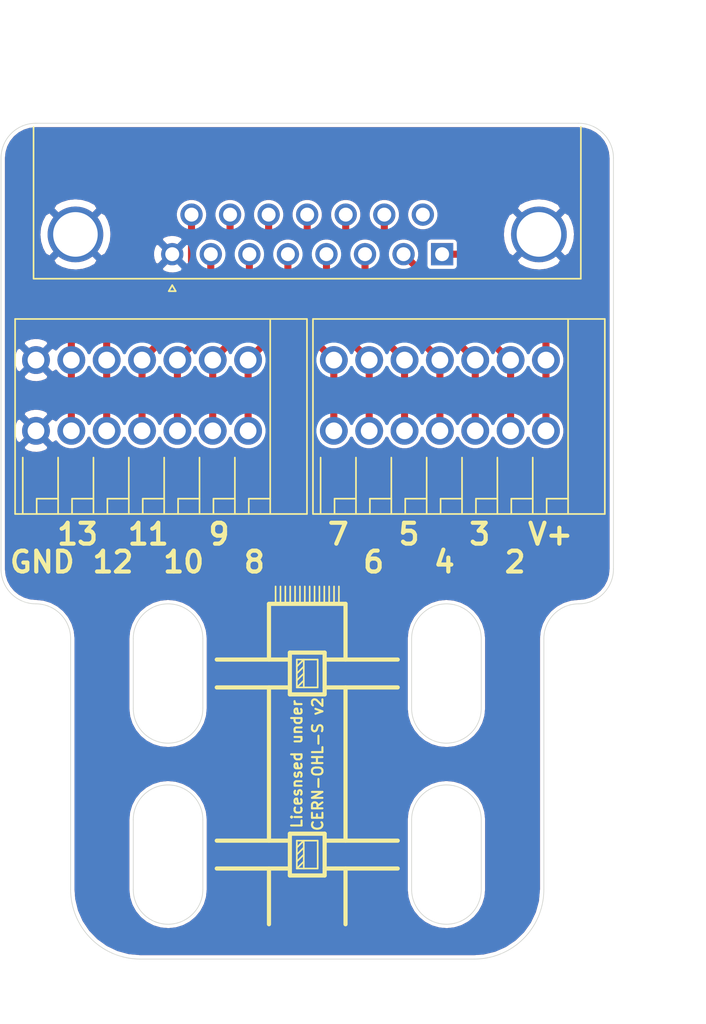
<source format=kicad_pcb>
(kicad_pcb (version 20171130) (host pcbnew 5.1.5)

  (general
    (thickness 1.6)
    (drawings 103)
    (tracks 52)
    (zones 0)
    (modules 3)
    (nets 16)
  )

  (page A4)
  (layers
    (0 F.Cu signal)
    (31 B.Cu signal)
    (32 B.Adhes user)
    (33 F.Adhes user)
    (34 B.Paste user)
    (35 F.Paste user)
    (36 B.SilkS user)
    (37 F.SilkS user)
    (38 B.Mask user)
    (39 F.Mask user)
    (40 Dwgs.User user)
    (41 Cmts.User user)
    (42 Eco1.User user)
    (43 Eco2.User user)
    (44 Edge.Cuts user)
    (45 Margin user)
    (46 B.CrtYd user)
    (47 F.CrtYd user)
    (48 B.Fab user)
    (49 F.Fab user)
  )

  (setup
    (last_trace_width 0.508)
    (user_trace_width 0.508)
    (trace_clearance 0.254)
    (zone_clearance 0.254)
    (zone_45_only no)
    (trace_min 0.2)
    (via_size 0.8)
    (via_drill 0.4)
    (via_min_size 0.4)
    (via_min_drill 0.3)
    (uvia_size 0.3)
    (uvia_drill 0.1)
    (uvias_allowed no)
    (uvia_min_size 0.2)
    (uvia_min_drill 0.1)
    (edge_width 0.05)
    (segment_width 0.2)
    (pcb_text_width 0.3)
    (pcb_text_size 1.5 1.5)
    (mod_edge_width 0.12)
    (mod_text_size 1 1)
    (mod_text_width 0.15)
    (pad_size 1.524 1.524)
    (pad_drill 0.762)
    (pad_to_mask_clearance 0.051)
    (solder_mask_min_width 0.25)
    (aux_axis_origin 0 0)
    (grid_origin 132.5 132.9)
    (visible_elements FFFFFF7F)
    (pcbplotparams
      (layerselection 0x010fc_ffffffff)
      (usegerberextensions true)
      (usegerberattributes false)
      (usegerberadvancedattributes false)
      (creategerberjobfile false)
      (excludeedgelayer true)
      (linewidth 0.100000)
      (plotframeref false)
      (viasonmask false)
      (mode 1)
      (useauxorigin false)
      (hpglpennumber 1)
      (hpglpenspeed 20)
      (hpglpendiameter 15.000000)
      (psnegative false)
      (psa4output false)
      (plotreference true)
      (plotvalue true)
      (plotinvisibletext false)
      (padsonsilk false)
      (subtractmaskfromsilk true)
      (outputformat 1)
      (mirror false)
      (drillshape 0)
      (scaleselection 1)
      (outputdirectory "../Gerber/Controller Adapter/"))
  )

  (net 0 "")
  (net 1 "Net-(J1-Pad5)")
  (net 2 "Net-(J1-Pad4)")
  (net 3 "Net-(J1-Pad3)")
  (net 4 "Net-(J1-Pad2)")
  (net 5 "Net-(J1-Pad1)")
  (net 6 "Net-(J2-Pad5)")
  (net 7 "Net-(J2-Pad4)")
  (net 8 "Net-(J2-Pad3)")
  (net 9 "Net-(J2-Pad2)")
  (net 10 GND)
  (net 11 "Net-(J1-Pad6)")
  (net 12 "Net-(J1-Pad7)")
  (net 13 "Net-(J2-Pad6)")
  (net 14 "Net-(J4-Pad9)")
  (net 15 "Net-(J2-Pad7)")

  (net_class Default "This is the default net class."
    (clearance 0.254)
    (trace_width 0.254)
    (via_dia 0.8)
    (via_drill 0.4)
    (uvia_dia 0.3)
    (uvia_drill 0.1)
    (add_net GND)
    (add_net "Net-(J1-Pad1)")
    (add_net "Net-(J1-Pad2)")
    (add_net "Net-(J1-Pad3)")
    (add_net "Net-(J1-Pad4)")
    (add_net "Net-(J1-Pad5)")
    (add_net "Net-(J1-Pad6)")
    (add_net "Net-(J1-Pad7)")
    (add_net "Net-(J2-Pad2)")
    (add_net "Net-(J2-Pad3)")
    (add_net "Net-(J2-Pad4)")
    (add_net "Net-(J2-Pad5)")
    (add_net "Net-(J2-Pad6)")
    (add_net "Net-(J2-Pad7)")
    (add_net "Net-(J4-Pad9)")
  )

  (module Console2JAMMA:CixiKefa_KF141R-2.54-7P_1x7_P2.54mm_Horizontal (layer F.Cu) (tedit 5EA4CF83) (tstamp 5EA58E33)
    (at 143.9 89.9)
    (path /5EA5886E)
    (fp_text reference J2 (at 0 -4) (layer F.SilkS) hide
      (effects (font (size 1 1) (thickness 0.15)))
    )
    (fp_text value KF141R-2.54-7P (at 0 12) (layer F.Fab)
      (effects (font (size 1 1) (thickness 0.15)))
    )
    (fp_line (start -8.84 10.95) (end -8.84 11.05) (layer F.SilkS) (width 0.12))
    (fp_line (start -8.84 9.95) (end -8.84 10.95) (layer F.SilkS) (width 0.12))
    (fp_line (start -7.3 9.95) (end -8.84 9.95) (layer F.SilkS) (width 0.12))
    (fp_line (start -7.3 11.05) (end -7.3 7) (layer F.SilkS) (width 0.12))
    (fp_line (start -9.84 10.95) (end 10.48 10.95) (layer F.Fab) (width 0.12))
    (fp_line (start 10.48 -2.85) (end -9.84 -2.85) (layer F.Fab) (width 0.12))
    (fp_line (start 10.48 10.95) (end 10.48 -2.85) (layer F.Fab) (width 0.12))
    (fp_line (start 7.94 10.95) (end 7.94 -2.85) (layer F.Fab) (width 0.12))
    (fp_line (start 5.4 10.95) (end 5.4 -2.85) (layer F.Fab) (width 0.12))
    (fp_line (start 2.86 10.95) (end 2.86 -2.85) (layer F.Fab) (width 0.12))
    (fp_line (start 0.32 10.95) (end 0.32 -2.85) (layer F.Fab) (width 0.12))
    (fp_line (start -2.22 10.95) (end -2.22 -2.85) (layer F.Fab) (width 0.12))
    (fp_line (start -4.76 10.95) (end -4.76 -2.85) (layer F.Fab) (width 0.12))
    (fp_line (start -7.3 10.95) (end -7.3 -2.85) (layer F.Fab) (width 0.12))
    (fp_line (start -9.84 10.95) (end -9.84 -2.85) (layer F.Fab) (width 0.12))
    (fp_line (start -4.76 9.95) (end -6.3 9.95) (layer F.SilkS) (width 0.12))
    (fp_line (start -2.22 9.95) (end -3.76 9.95) (layer F.SilkS) (width 0.12))
    (fp_line (start 0.32 9.95) (end -1.22 9.95) (layer F.SilkS) (width 0.12))
    (fp_line (start 2.86 9.95) (end 1.32 9.95) (layer F.SilkS) (width 0.12))
    (fp_line (start 5.4 9.95) (end 3.86 9.95) (layer F.SilkS) (width 0.12))
    (fp_line (start 7.94 9.95) (end 6.4 9.95) (layer F.SilkS) (width 0.12))
    (fp_line (start -6.3 9.95) (end -6.3 10.95) (layer F.SilkS) (width 0.12))
    (fp_line (start -3.76 9.95) (end -3.76 10.95) (layer F.SilkS) (width 0.12))
    (fp_line (start -1.22 9.95) (end -1.22 10.95) (layer F.SilkS) (width 0.12))
    (fp_line (start 1.32 9.95) (end 1.32 10.95) (layer F.SilkS) (width 0.12))
    (fp_line (start 3.86 9.95) (end 3.86 10.95) (layer F.SilkS) (width 0.12))
    (fp_line (start 6.4 9.95) (end 6.4 10.95) (layer F.SilkS) (width 0.12))
    (fp_line (start -6.3 10.95) (end -6.3 11.05) (layer F.SilkS) (width 0.12))
    (fp_line (start -3.76 10.95) (end -3.76 11.05) (layer F.SilkS) (width 0.12))
    (fp_line (start -1.22 10.95) (end -1.22 11.05) (layer F.SilkS) (width 0.12))
    (fp_line (start 1.32 10.95) (end 1.32 11.05) (layer F.SilkS) (width 0.12))
    (fp_line (start 3.86 10.95) (end 3.86 11.05) (layer F.SilkS) (width 0.12))
    (fp_line (start 6.4 10.95) (end 6.4 11.05) (layer F.SilkS) (width 0.12))
    (fp_line (start -10.39 11.05) (end -10.39 -2.95) (layer F.SilkS) (width 0.12))
    (fp_line (start -10.39 11.05) (end 10.58 11.05) (layer F.SilkS) (width 0.12))
    (fp_line (start 10.58 -2.95) (end -10.39 -2.95) (layer F.SilkS) (width 0.12))
    (fp_line (start 10.58 -2.95) (end 10.58 11.05) (layer F.SilkS) (width 0.12))
    (fp_line (start -10.39 -2.95) (end -10.39 11.05) (layer F.CrtYd) (width 0.12))
    (fp_line (start -10.39 11.05) (end 10.58 11.05) (layer F.CrtYd) (width 0.12))
    (fp_line (start 10.58 11.05) (end 10.58 -2.95) (layer F.CrtYd) (width 0.12))
    (fp_line (start 10.58 -2.95) (end -10.39 -2.95) (layer F.CrtYd) (width 0.12))
    (fp_line (start -4.76 11.05) (end -4.76 7) (layer F.SilkS) (width 0.12))
    (fp_line (start -2.22 11.05) (end -2.22 7) (layer F.SilkS) (width 0.12))
    (fp_line (start 0.32 11.05) (end 0.32 7) (layer F.SilkS) (width 0.12))
    (fp_line (start 2.86 11.05) (end 2.86 7) (layer F.SilkS) (width 0.12))
    (fp_line (start 5.4 11.05) (end 5.4 7) (layer F.SilkS) (width 0.12))
    (fp_line (start 7.94 11.05) (end 7.94 -2.95) (layer F.SilkS) (width 0.12))
    (fp_line (start -9.84 11.05) (end -9.84 7) (layer F.SilkS) (width 0.12))
    (pad 7 thru_hole circle (at 6.35 0) (size 2 2) (drill 1.2) (layers *.Cu *.Mask)
      (net 15 "Net-(J2-Pad7)"))
    (pad 6 thru_hole circle (at 3.81 0) (size 2 2) (drill 1.2) (layers *.Cu *.Mask)
      (net 13 "Net-(J2-Pad6)"))
    (pad 5 thru_hole circle (at 1.27 0) (size 2 2) (drill 1.2) (layers *.Cu *.Mask)
      (net 6 "Net-(J2-Pad5)"))
    (pad 4 thru_hole circle (at -1.27 0) (size 2 2) (drill 1.2) (layers *.Cu *.Mask)
      (net 7 "Net-(J2-Pad4)"))
    (pad 3 thru_hole circle (at -3.81 0) (size 2 2) (drill 1.2) (layers *.Cu *.Mask)
      (net 8 "Net-(J2-Pad3)"))
    (pad 2 thru_hole circle (at -6.35 0) (size 2 2) (drill 1.2) (layers *.Cu *.Mask)
      (net 9 "Net-(J2-Pad2)"))
    (pad 1 thru_hole circle (at -8.89 0) (size 2 2) (drill 1.2) (layers *.Cu *.Mask)
      (net 10 GND))
    (pad 7 thru_hole circle (at 6.35 5.08) (size 2 2) (drill 1.2) (layers *.Cu *.Mask)
      (net 15 "Net-(J2-Pad7)"))
    (pad 6 thru_hole circle (at 3.81 5.08) (size 2 2) (drill 1.2) (layers *.Cu *.Mask)
      (net 13 "Net-(J2-Pad6)"))
    (pad 5 thru_hole circle (at 1.27 5.08) (size 2 2) (drill 1.2) (layers *.Cu *.Mask)
      (net 6 "Net-(J2-Pad5)"))
    (pad 4 thru_hole circle (at -1.27 5.08) (size 2 2) (drill 1.2) (layers *.Cu *.Mask)
      (net 7 "Net-(J2-Pad4)"))
    (pad 3 thru_hole circle (at -3.81 5.08) (size 2 2) (drill 1.2) (layers *.Cu *.Mask)
      (net 8 "Net-(J2-Pad3)"))
    (pad 2 thru_hole circle (at -6.35 5.08) (size 2 2) (drill 1.2) (layers *.Cu *.Mask)
      (net 9 "Net-(J2-Pad2)"))
    (pad 1 thru_hole circle (at -8.89 5.08) (size 2 2) (drill 1.2) (layers *.Cu *.Mask)
      (net 10 GND))
  )

  (module Console2JAMMA:CixiKefa_KF141R-2.54-7P_1x7_P2.54mm_Horizontal (layer F.Cu) (tedit 5EA4CF83) (tstamp 5EA58BE8)
    (at 165.3 89.9)
    (path /5EA57563)
    (fp_text reference J1 (at 0 -4) (layer F.SilkS) hide
      (effects (font (size 1 1) (thickness 0.15)))
    )
    (fp_text value KF141R-2.54-7P (at 0 12) (layer F.Fab)
      (effects (font (size 1 1) (thickness 0.15)))
    )
    (fp_line (start -9.84 11.05) (end -9.84 7) (layer F.SilkS) (width 0.12))
    (fp_line (start 7.94 11.05) (end 7.94 -2.95) (layer F.SilkS) (width 0.12))
    (fp_line (start 5.4 11.05) (end 5.4 7) (layer F.SilkS) (width 0.12))
    (fp_line (start 2.86 11.05) (end 2.86 7) (layer F.SilkS) (width 0.12))
    (fp_line (start 0.32 11.05) (end 0.32 7) (layer F.SilkS) (width 0.12))
    (fp_line (start -2.22 11.05) (end -2.22 7) (layer F.SilkS) (width 0.12))
    (fp_line (start -4.76 11.05) (end -4.76 7) (layer F.SilkS) (width 0.12))
    (fp_line (start 10.58 -2.95) (end -10.39 -2.95) (layer F.CrtYd) (width 0.12))
    (fp_line (start 10.58 11.05) (end 10.58 -2.95) (layer F.CrtYd) (width 0.12))
    (fp_line (start -10.39 11.05) (end 10.58 11.05) (layer F.CrtYd) (width 0.12))
    (fp_line (start -10.39 -2.95) (end -10.39 11.05) (layer F.CrtYd) (width 0.12))
    (fp_line (start 10.58 -2.95) (end 10.58 11.05) (layer F.SilkS) (width 0.12))
    (fp_line (start 10.58 -2.95) (end -10.39 -2.95) (layer F.SilkS) (width 0.12))
    (fp_line (start -10.39 11.05) (end 10.58 11.05) (layer F.SilkS) (width 0.12))
    (fp_line (start -10.39 11.05) (end -10.39 -2.95) (layer F.SilkS) (width 0.12))
    (fp_line (start 6.4 10.95) (end 6.4 11.05) (layer F.SilkS) (width 0.12))
    (fp_line (start 3.86 10.95) (end 3.86 11.05) (layer F.SilkS) (width 0.12))
    (fp_line (start 1.32 10.95) (end 1.32 11.05) (layer F.SilkS) (width 0.12))
    (fp_line (start -1.22 10.95) (end -1.22 11.05) (layer F.SilkS) (width 0.12))
    (fp_line (start -3.76 10.95) (end -3.76 11.05) (layer F.SilkS) (width 0.12))
    (fp_line (start -6.3 10.95) (end -6.3 11.05) (layer F.SilkS) (width 0.12))
    (fp_line (start 6.4 9.95) (end 6.4 10.95) (layer F.SilkS) (width 0.12))
    (fp_line (start 3.86 9.95) (end 3.86 10.95) (layer F.SilkS) (width 0.12))
    (fp_line (start 1.32 9.95) (end 1.32 10.95) (layer F.SilkS) (width 0.12))
    (fp_line (start -1.22 9.95) (end -1.22 10.95) (layer F.SilkS) (width 0.12))
    (fp_line (start -3.76 9.95) (end -3.76 10.95) (layer F.SilkS) (width 0.12))
    (fp_line (start -6.3 9.95) (end -6.3 10.95) (layer F.SilkS) (width 0.12))
    (fp_line (start 7.94 9.95) (end 6.4 9.95) (layer F.SilkS) (width 0.12))
    (fp_line (start 5.4 9.95) (end 3.86 9.95) (layer F.SilkS) (width 0.12))
    (fp_line (start 2.86 9.95) (end 1.32 9.95) (layer F.SilkS) (width 0.12))
    (fp_line (start 0.32 9.95) (end -1.22 9.95) (layer F.SilkS) (width 0.12))
    (fp_line (start -2.22 9.95) (end -3.76 9.95) (layer F.SilkS) (width 0.12))
    (fp_line (start -4.76 9.95) (end -6.3 9.95) (layer F.SilkS) (width 0.12))
    (fp_line (start -9.84 10.95) (end -9.84 -2.85) (layer F.Fab) (width 0.12))
    (fp_line (start -7.3 10.95) (end -7.3 -2.85) (layer F.Fab) (width 0.12))
    (fp_line (start -4.76 10.95) (end -4.76 -2.85) (layer F.Fab) (width 0.12))
    (fp_line (start -2.22 10.95) (end -2.22 -2.85) (layer F.Fab) (width 0.12))
    (fp_line (start 0.32 10.95) (end 0.32 -2.85) (layer F.Fab) (width 0.12))
    (fp_line (start 2.86 10.95) (end 2.86 -2.85) (layer F.Fab) (width 0.12))
    (fp_line (start 5.4 10.95) (end 5.4 -2.85) (layer F.Fab) (width 0.12))
    (fp_line (start 7.94 10.95) (end 7.94 -2.85) (layer F.Fab) (width 0.12))
    (fp_line (start 10.48 10.95) (end 10.48 -2.85) (layer F.Fab) (width 0.12))
    (fp_line (start 10.48 -2.85) (end -9.84 -2.85) (layer F.Fab) (width 0.12))
    (fp_line (start -9.84 10.95) (end 10.48 10.95) (layer F.Fab) (width 0.12))
    (fp_line (start -7.3 11.05) (end -7.3 7) (layer F.SilkS) (width 0.12))
    (fp_line (start -7.3 9.95) (end -8.84 9.95) (layer F.SilkS) (width 0.12))
    (fp_line (start -8.84 9.95) (end -8.84 10.95) (layer F.SilkS) (width 0.12))
    (fp_line (start -8.84 10.95) (end -8.84 11.05) (layer F.SilkS) (width 0.12))
    (pad 1 thru_hole circle (at -8.89 5.08) (size 2 2) (drill 1.2) (layers *.Cu *.Mask)
      (net 5 "Net-(J1-Pad1)"))
    (pad 2 thru_hole circle (at -6.35 5.08) (size 2 2) (drill 1.2) (layers *.Cu *.Mask)
      (net 4 "Net-(J1-Pad2)"))
    (pad 3 thru_hole circle (at -3.81 5.08) (size 2 2) (drill 1.2) (layers *.Cu *.Mask)
      (net 3 "Net-(J1-Pad3)"))
    (pad 4 thru_hole circle (at -1.27 5.08) (size 2 2) (drill 1.2) (layers *.Cu *.Mask)
      (net 2 "Net-(J1-Pad4)"))
    (pad 5 thru_hole circle (at 1.27 5.08) (size 2 2) (drill 1.2) (layers *.Cu *.Mask)
      (net 1 "Net-(J1-Pad5)"))
    (pad 6 thru_hole circle (at 3.81 5.08) (size 2 2) (drill 1.2) (layers *.Cu *.Mask)
      (net 11 "Net-(J1-Pad6)"))
    (pad 7 thru_hole circle (at 6.35 5.08) (size 2 2) (drill 1.2) (layers *.Cu *.Mask)
      (net 12 "Net-(J1-Pad7)"))
    (pad 1 thru_hole circle (at -8.89 0) (size 2 2) (drill 1.2) (layers *.Cu *.Mask)
      (net 5 "Net-(J1-Pad1)"))
    (pad 2 thru_hole circle (at -6.35 0) (size 2 2) (drill 1.2) (layers *.Cu *.Mask)
      (net 4 "Net-(J1-Pad2)"))
    (pad 3 thru_hole circle (at -3.81 0) (size 2 2) (drill 1.2) (layers *.Cu *.Mask)
      (net 3 "Net-(J1-Pad3)"))
    (pad 4 thru_hole circle (at -1.27 0) (size 2 2) (drill 1.2) (layers *.Cu *.Mask)
      (net 2 "Net-(J1-Pad4)"))
    (pad 5 thru_hole circle (at 1.27 0) (size 2 2) (drill 1.2) (layers *.Cu *.Mask)
      (net 1 "Net-(J1-Pad5)"))
    (pad 6 thru_hole circle (at 3.81 0) (size 2 2) (drill 1.2) (layers *.Cu *.Mask)
      (net 11 "Net-(J1-Pad6)"))
    (pad 7 thru_hole circle (at 6.35 0) (size 2 2) (drill 1.2) (layers *.Cu *.Mask)
      (net 12 "Net-(J1-Pad7)"))
  )

  (module Console2JAMMA:DSUB-15_Male_Horizontal_P2.77x2.84mm_EdgePinOffset8.10mm_Housed_MountingHolesOffset9.52mm (layer F.Cu) (tedit 5EA4C6A7) (tstamp 5EA574A6)
    (at 154.5 74.4 180)
    (path /5EA4AED2)
    (fp_text reference J4 (at 0 -11) (layer F.SilkS) hide
      (effects (font (size 1 1) (thickness 0.15)))
    )
    (fp_text value DS1037-15MNCKT74-0CC (at 0 9.5) (layer F.Fab)
      (effects (font (size 1 1) (thickness 0.15)))
    )
    (fp_line (start -19.145 1.64) (end -19.145 6.64) (layer F.Fab) (width 0.1))
    (fp_line (start -14.145 1.64) (end -19.145 1.64) (layer F.Fab) (width 0.1))
    (fp_line (start 9.7 -10.121325) (end 9.45 -10.554338) (layer F.SilkS) (width 0.12))
    (fp_line (start 9.95 -10.554338) (end 9.7 -10.121325) (layer F.SilkS) (width 0.12))
    (fp_line (start 9.45 -10.554338) (end 9.95 -10.554338) (layer F.SilkS) (width 0.12))
    (fp_line (start 19.665 -9.62) (end 19.665 1.24) (layer F.SilkS) (width 0.12))
    (fp_line (start -19.655 -9.66) (end 19.665 -9.66) (layer F.SilkS) (width 0.12))
    (fp_line (start -19.66 1.24) (end -19.655 -9.66) (layer F.SilkS) (width 0.12))
    (fp_line (start 18.255 1.24) (end 18.255 -6.48) (layer F.Fab) (width 0.1))
    (fp_line (start 15.05 1.24) (end 15.055 -6.48) (layer F.Fab) (width 0.1))
    (fp_line (start -15.05 1.24) (end -15.05 -6.34) (layer F.Fab) (width 0.1))
    (fp_line (start -18.245 1.24) (end -18.245 -6.48) (layer F.Fab) (width 0.1))
    (fp_line (start 19.155 1.64) (end 14.155 1.64) (layer F.Fab) (width 0.1))
    (fp_line (start 19.155 6.64) (end 19.155 1.64) (layer F.Fab) (width 0.1))
    (fp_line (start 14.155 6.64) (end 19.155 6.64) (layer F.Fab) (width 0.1))
    (fp_line (start 12.305 1.64) (end -12.295 1.64) (layer F.Fab) (width 0.1))
    (fp_line (start -20.1 -10.15) (end -20.1 8.35) (layer F.CrtYd) (width 0.05))
    (fp_line (start 12.305 7.81) (end 12.305 1.64) (layer F.Fab) (width 0.1))
    (fp_line (start -12.295 7.81) (end 12.305 7.81) (layer F.Fab) (width 0.1))
    (fp_line (start -12.295 1.64) (end -12.295 7.81) (layer F.Fab) (width 0.1))
    (fp_line (start 19.605 1.24) (end -19.595 1.24) (layer F.Fab) (width 0.1))
    (fp_line (start 19.605 1.64) (end 19.605 1.24) (layer F.Fab) (width 0.1))
    (fp_line (start -19.595 1.64) (end 19.605 1.64) (layer F.Fab) (width 0.1))
    (fp_line (start -19.595 1.24) (end -19.595 1.64) (layer F.Fab) (width 0.1))
    (fp_line (start 19.605 -9.6) (end -19.595 -9.6) (layer F.Fab) (width 0.1))
    (fp_line (start 19.605 1.24) (end 19.605 -9.6) (layer F.Fab) (width 0.1))
    (fp_line (start -19.595 1.24) (end 19.605 1.24) (layer F.Fab) (width 0.1))
    (fp_line (start -19.595 -9.6) (end -19.595 1.24) (layer F.Fab) (width 0.1))
    (fp_arc (start 16.655 -6.48) (end 15.055 -6.48) (angle 180) (layer F.Fab) (width 0.1))
    (fp_arc (start -16.645 -6.48) (end -18.245 -6.48) (angle 180) (layer F.Fab) (width 0.1))
    (fp_line (start -19.145 6.64) (end -14.145 6.64) (layer F.Fab) (width 0.1))
    (fp_line (start -14.145 6.64) (end -14.145 1.64) (layer F.Fab) (width 0.1))
    (fp_line (start 14.155 1.64) (end 14.155 6.64) (layer F.Fab) (width 0.1))
    (fp_line (start -20.1 8.35) (end 20.15 8.35) (layer F.CrtYd) (width 0.05))
    (fp_line (start 20.15 8.35) (end 20.15 -10.15) (layer F.CrtYd) (width 0.05))
    (fp_line (start 20.15 -10.15) (end -20.1 -10.15) (layer F.CrtYd) (width 0.05))
    (pad 15 thru_hole circle (at 8.315 -5.06 180) (size 1.6 1.6) (drill 1) (layers *.Cu *.Mask)
      (net 9 "Net-(J2-Pad2)"))
    (pad 14 thru_hole circle (at 5.545 -5.06 180) (size 1.6 1.6) (drill 1) (layers *.Cu *.Mask)
      (net 7 "Net-(J2-Pad4)"))
    (pad 13 thru_hole circle (at 2.775 -5.06 180) (size 1.6 1.6) (drill 1) (layers *.Cu *.Mask)
      (net 13 "Net-(J2-Pad6)"))
    (pad 12 thru_hole circle (at 0.005 -5.06 180) (size 1.6 1.6) (drill 1) (layers *.Cu *.Mask)
      (net 5 "Net-(J1-Pad1)"))
    (pad 11 thru_hole circle (at -2.765 -5.06 180) (size 1.6 1.6) (drill 1) (layers *.Cu *.Mask)
      (net 3 "Net-(J1-Pad3)"))
    (pad 10 thru_hole circle (at -5.535 -5.06 180) (size 1.6 1.6) (drill 1) (layers *.Cu *.Mask)
      (net 1 "Net-(J1-Pad5)"))
    (pad 7 thru_hole circle (at 6.93 -7.9 180) (size 1.6 1.6) (drill 1) (layers *.Cu *.Mask)
      (net 8 "Net-(J2-Pad3)"))
    (pad 6 thru_hole circle (at 4.16 -7.9 180) (size 1.6 1.6) (drill 1) (layers *.Cu *.Mask)
      (net 6 "Net-(J2-Pad5)"))
    (pad 5 thru_hole circle (at 1.39 -7.9 180) (size 1.6 1.6) (drill 1) (layers *.Cu *.Mask)
      (net 15 "Net-(J2-Pad7)"))
    (pad 4 thru_hole circle (at -1.38 -7.9 180) (size 1.6 1.6) (drill 1) (layers *.Cu *.Mask)
      (net 4 "Net-(J1-Pad2)"))
    (pad 8 thru_hole circle (at 9.7 -7.9 180) (size 1.6 1.6) (drill 1) (layers *.Cu *.Mask)
      (net 10 GND))
    (pad 1 thru_hole rect (at -9.69 -7.9 180) (size 1.6 1.6) (drill 1) (layers *.Cu *.Mask)
      (net 12 "Net-(J1-Pad7)"))
    (pad 2 thru_hole circle (at -6.92 -7.9 180) (size 1.6 1.6) (drill 1) (layers *.Cu *.Mask)
      (net 11 "Net-(J1-Pad6)"))
    (pad 3 thru_hole circle (at -4.15 -7.9 180) (size 1.6 1.6) (drill 1) (layers *.Cu *.Mask)
      (net 2 "Net-(J1-Pad4)"))
    (pad 9 thru_hole circle (at -8.305 -5.06 180) (size 1.6 1.6) (drill 1) (layers *.Cu *.Mask)
      (net 14 "Net-(J4-Pad9)"))
    (pad 0 thru_hole circle (at -16.645 -6.48 180) (size 4 4) (drill 3.2) (layers *.Cu *.Mask)
      (net 10 GND))
    (pad 0 thru_hole circle (at 16.655 -6.48 180) (size 4 4) (drill 3.2) (layers *.Cu *.Mask)
      (net 10 GND))
  )

  (gr_text 13 (at 138 102.4) (layer F.SilkS) (tstamp 5EA59128)
    (effects (font (size 1.5 1.5) (thickness 0.3)))
  )
  (gr_text 11 (at 143.08 102.4) (layer F.SilkS) (tstamp 5EA59124)
    (effects (font (size 1.5 1.5) (thickness 0.3)))
  )
  (gr_text 9 (at 148.16 102.4) (layer F.SilkS) (tstamp 5EA59120)
    (effects (font (size 1.5 1.5) (thickness 0.3)))
  )
  (gr_text GND (at 135.46 104.4) (layer F.SilkS) (tstamp 5EA5911C)
    (effects (font (size 1.5 1.5) (thickness 0.3)))
  )
  (gr_text 12 (at 140.54 104.4) (layer F.SilkS) (tstamp 5EA59118)
    (effects (font (size 1.5 1.5) (thickness 0.3)))
  )
  (gr_text 10 (at 145.62 104.4) (layer F.SilkS) (tstamp 5EA59114)
    (effects (font (size 1.5 1.5) (thickness 0.3)))
  )
  (gr_text 8 (at 150.7 104.4) (layer F.SilkS) (tstamp 5EA590F8)
    (effects (font (size 1.5 1.5) (thickness 0.3)))
  )
  (gr_text 4 (at 164.35 104.4) (layer F.SilkS) (tstamp 5EA590D9)
    (effects (font (size 1.5 1.5) (thickness 0.3)))
  )
  (gr_text 6 (at 159.27 104.4) (layer F.SilkS) (tstamp 5EA590DD)
    (effects (font (size 1.5 1.5) (thickness 0.3)))
  )
  (gr_text 2 (at 169.43 104.4) (layer F.SilkS) (tstamp 5EA590D5)
    (effects (font (size 1.5 1.5) (thickness 0.3)))
  )
  (gr_text 7 (at 156.73 102.4) (layer F.SilkS) (tstamp 5EA590D1)
    (effects (font (size 1.5 1.5) (thickness 0.3)))
  )
  (gr_text 5 (at 161.81 102.4) (layer F.SilkS) (tstamp 5EA590CD)
    (effects (font (size 1.5 1.5) (thickness 0.3)))
  )
  (gr_text 3 (at 166.89 102.4) (layer F.SilkS) (tstamp 5EA590C9)
    (effects (font (size 1.5 1.5) (thickness 0.3)))
  )
  (gr_text "Licesnsed under" (at 153.75 118.9 90) (layer F.SilkS) (tstamp 5EA589C2)
    (effects (font (size 0.75 0.75) (thickness 0.15)))
  )
  (gr_text "CERN-OHL-S v2" (at 155.25 118.9 90) (layer F.SilkS)
    (effects (font (size 0.75 0.75) (thickness 0.15)))
  )
  (gr_arc (start 174 109.9) (end 171.5 109.9) (angle 90) (layer Edge.Cuts) (width 0.05) (tstamp 5EA58CF9))
  (gr_arc (start 174 104.9) (end 176.5 104.9) (angle 90) (layer Edge.Cuts) (width 0.05) (tstamp 5EA58CF8))
  (gr_arc (start 135 104.9) (end 132.5 104.9) (angle -90) (layer Edge.Cuts) (width 0.05))
  (gr_arc (start 135 109.9) (end 137.5 109.9) (angle -90) (layer Edge.Cuts) (width 0.05))
  (gr_arc (start 142.5 127.9) (end 137.5 127.9) (angle -90) (layer Edge.Cuts) (width 0.05) (tstamp 5EA58CDF))
  (gr_text V+ (at 171.97 102.4) (layer F.SilkS) (tstamp 5EA586FD)
    (effects (font (size 1.5 1.5) (thickness 0.3)))
  )
  (gr_arc (start 166.5 127.9) (end 166.5 132.9) (angle -90) (layer Edge.Cuts) (width 0.05))
  (dimension 44 (width 0.15) (layer Dwgs.User)
    (gr_text "44.000 mm" (at 154.5 138.2) (layer Dwgs.User)
      (effects (font (size 1 1) (thickness 0.15)))
    )
    (feature1 (pts (xy 176.5 132.9) (xy 176.5 137.486421)))
    (feature2 (pts (xy 132.5 132.9) (xy 132.5 137.486421)))
    (crossbar (pts (xy 132.5 136.9) (xy 176.5 136.9)))
    (arrow1a (pts (xy 176.5 136.9) (xy 175.373496 137.486421)))
    (arrow1b (pts (xy 176.5 136.9) (xy 175.373496 136.313579)))
    (arrow2a (pts (xy 132.5 136.9) (xy 133.626504 137.486421)))
    (arrow2b (pts (xy 132.5 136.9) (xy 133.626504 136.313579)))
  )
  (dimension 60 (width 0.15) (layer Dwgs.User)
    (gr_text "60.000 mm" (at 181.8 102.9 270) (layer Dwgs.User)
      (effects (font (size 1 1) (thickness 0.15)))
    )
    (feature1 (pts (xy 176.5 132.9) (xy 181.086421 132.9)))
    (feature2 (pts (xy 176.5 72.9) (xy 181.086421 72.9)))
    (crossbar (pts (xy 180.5 72.9) (xy 180.5 132.9)))
    (arrow1a (pts (xy 180.5 132.9) (xy 179.913579 131.773496)))
    (arrow1b (pts (xy 180.5 132.9) (xy 181.086421 131.773496)))
    (arrow2a (pts (xy 180.5 72.9) (xy 179.913579 74.026504)))
    (arrow2b (pts (xy 180.5 72.9) (xy 181.086421 74.026504)))
  )
  (gr_arc (start 174 75.4) (end 174 72.9) (angle 90) (layer Edge.Cuts) (width 0.05) (tstamp 5EA5DA77))
  (gr_arc (start 135 75.4) (end 132.5 75.4) (angle 90) (layer Edge.Cuts) (width 0.05) (tstamp 5EA5DA77))
  (gr_line (start 171.5 109.9) (end 171.5 127.9) (layer Edge.Cuts) (width 0.05) (tstamp 5EA5D09F))
  (gr_line (start 137.5 109.9) (end 137.5 127.9) (layer Edge.Cuts) (width 0.05) (tstamp 5EA58CD9))
  (gr_line (start 156.775 107.4) (end 156.775 106.15) (layer F.SilkS) (width 0.12) (tstamp 5EA5CA0E))
  (gr_line (start 156.425 107.4) (end 156.425 106.15) (layer F.SilkS) (width 0.12) (tstamp 5EA5CA0C))
  (gr_line (start 156.075 107.4) (end 156.075 106.15) (layer F.SilkS) (width 0.12) (tstamp 5EA5CA0A))
  (gr_line (start 155.725 107.4) (end 155.725 106.15) (layer F.SilkS) (width 0.12) (tstamp 5EA5CA08))
  (gr_line (start 155.375 107.4) (end 155.375 106.15) (layer F.SilkS) (width 0.12) (tstamp 5EA5CA06))
  (gr_line (start 155.025 107.4) (end 155.025 106.15) (layer F.SilkS) (width 0.12) (tstamp 5EA5CA04))
  (gr_line (start 154.675 107.4) (end 154.675 106.15) (layer F.SilkS) (width 0.12) (tstamp 5EA5CA02))
  (gr_line (start 154.325 107.4) (end 154.325 106.15) (layer F.SilkS) (width 0.12) (tstamp 5EA5CA00))
  (gr_line (start 153.975 107.4) (end 153.975 106.15) (layer F.SilkS) (width 0.12) (tstamp 5EA5C9FE))
  (gr_line (start 153.625 107.4) (end 153.625 106.15) (layer F.SilkS) (width 0.12) (tstamp 5EA5C9FC))
  (gr_line (start 153.275 107.4) (end 153.275 106.15) (layer F.SilkS) (width 0.12) (tstamp 5EA5C9FA))
  (gr_line (start 152.925 107.4) (end 152.925 106.15) (layer F.SilkS) (width 0.12) (tstamp 5EA5C9F8))
  (gr_line (start 152.575 107.4) (end 152.575 106.15) (layer F.SilkS) (width 0.12) (tstamp 5EA5C9F6))
  (gr_line (start 152.225 107.4) (end 152.225 106.15) (layer F.SilkS) (width 0.12))
  (gr_line (start 151.75 124.4) (end 151.75 113.4) (layer F.SilkS) (width 0.3))
  (gr_line (start 157.25 113.4) (end 157.25 124.4) (layer F.SilkS) (width 0.3))
  (gr_line (start 154.25 124.4) (end 154.25 126.4) (layer F.SilkS) (width 0.12) (tstamp 5EA5C8EB))
  (gr_line (start 154.25 125.9) (end 153.75 126.4) (layer F.SilkS) (width 0.12) (tstamp 5EA5C8EA))
  (gr_line (start 153.75 124.4) (end 155.25 124.4) (layer F.SilkS) (width 0.12) (tstamp 5EA5C8E9))
  (gr_line (start 161 124.4) (end 155.75 124.4) (layer F.SilkS) (width 0.3) (tstamp 5EA5C8E8))
  (gr_line (start 153.25 124.4) (end 148 124.4) (layer F.SilkS) (width 0.3) (tstamp 5EA5C8E7))
  (gr_line (start 153.25 123.9) (end 153.25 126.9) (layer F.SilkS) (width 0.3) (tstamp 5EA5C8E6))
  (gr_line (start 154.25 125.4) (end 153.75 125.9) (layer F.SilkS) (width 0.12) (tstamp 5EA5C8E5))
  (gr_line (start 148 126.4) (end 153.25 126.4) (layer F.SilkS) (width 0.3) (tstamp 5EA5C8E4))
  (gr_line (start 155.75 123.9) (end 153.25 123.9) (layer F.SilkS) (width 0.3) (tstamp 5EA5C8E3))
  (gr_line (start 155.25 124.4) (end 155.25 126.4) (layer F.SilkS) (width 0.12) (tstamp 5EA5C8E2))
  (gr_line (start 154.25 124.9) (end 153.75 125.4) (layer F.SilkS) (width 0.12) (tstamp 5EA5C8E1))
  (gr_line (start 155.75 126.9) (end 155.75 123.9) (layer F.SilkS) (width 0.3) (tstamp 5EA5C8E0))
  (gr_line (start 155.25 126.4) (end 153.75 126.4) (layer F.SilkS) (width 0.12) (tstamp 5EA5C8DF))
  (gr_line (start 154.25 124.4) (end 153.75 124.9) (layer F.SilkS) (width 0.12) (tstamp 5EA5C8DE))
  (gr_line (start 153.75 124.4) (end 153.75 126.4) (layer F.SilkS) (width 0.12) (tstamp 5EA5C8DD))
  (gr_line (start 155.75 126.4) (end 161 126.4) (layer F.SilkS) (width 0.3) (tstamp 5EA5C8DC))
  (gr_line (start 153.25 126.9) (end 155.75 126.9) (layer F.SilkS) (width 0.3) (tstamp 5EA5C8DB))
  (gr_line (start 157.25 111.4) (end 157.25 107.4) (layer F.SilkS) (width 0.3) (tstamp 5EA5C76D))
  (gr_line (start 155.75 113.4) (end 161 113.4) (layer F.SilkS) (width 0.3) (tstamp 5EA5C762))
  (gr_line (start 161 111.4) (end 155.75 111.4) (layer F.SilkS) (width 0.3) (tstamp 5EA5C761))
  (gr_line (start 154.25 112.9) (end 153.75 113.4) (layer F.SilkS) (width 0.12) (tstamp 5EA5C75C))
  (gr_line (start 154.25 112.4) (end 153.75 112.9) (layer F.SilkS) (width 0.12))
  (gr_line (start 154.25 111.9) (end 153.75 112.4) (layer F.SilkS) (width 0.12))
  (gr_line (start 154.25 111.4) (end 153.75 111.9) (layer F.SilkS) (width 0.12))
  (gr_line (start 154.25 111.4) (end 154.25 113.4) (layer F.SilkS) (width 0.12))
  (gr_line (start 155.25 113.4) (end 153.75 113.4) (layer F.SilkS) (width 0.12) (tstamp 5EA5C75B))
  (gr_line (start 153.75 111.4) (end 155.25 111.4) (layer F.SilkS) (width 0.12) (tstamp 5EA5C75A))
  (gr_line (start 151.75 107.4) (end 151.75 111.4) (layer F.SilkS) (width 0.3))
  (gr_line (start 155.25 111.4) (end 155.25 113.4) (layer F.SilkS) (width 0.12))
  (gr_line (start 153.75 111.4) (end 153.75 113.4) (layer F.SilkS) (width 0.12))
  (gr_line (start 155.75 110.9) (end 153.25 110.9) (layer F.SilkS) (width 0.3) (tstamp 5EA5C741))
  (gr_line (start 155.75 113.9) (end 155.75 110.9) (layer F.SilkS) (width 0.3))
  (gr_line (start 153.25 113.9) (end 155.75 113.9) (layer F.SilkS) (width 0.3))
  (gr_line (start 153.25 110.9) (end 153.25 113.9) (layer F.SilkS) (width 0.3))
  (gr_line (start 153.25 111.4) (end 148 111.4) (layer F.SilkS) (width 0.3))
  (gr_line (start 148 113.4) (end 153.25 113.4) (layer F.SilkS) (width 0.3))
  (gr_arc (start 164.5 127.9) (end 162 127.9) (angle -180) (layer Edge.Cuts) (width 0.05) (tstamp 5EA5C688))
  (gr_arc (start 164.5 122.9) (end 167 122.9) (angle -180) (layer Edge.Cuts) (width 0.05) (tstamp 5EA5C687))
  (gr_line (start 167 127.9) (end 167 122.9) (layer Edge.Cuts) (width 0.05) (tstamp 5EA5C686))
  (gr_line (start 142 122.9) (end 142 127.9) (layer Edge.Cuts) (width 0.05) (tstamp 5EA5C685))
  (gr_arc (start 144.5 127.9) (end 142 127.9) (angle -180) (layer Edge.Cuts) (width 0.05) (tstamp 5EA5C684))
  (gr_arc (start 144.5 122.9) (end 147 122.9) (angle -180) (layer Edge.Cuts) (width 0.05) (tstamp 5EA5C683))
  (gr_line (start 162 127.9) (end 162 122.9) (layer Edge.Cuts) (width 0.05) (tstamp 5EA5C682))
  (gr_line (start 147 122.9) (end 147 127.9) (layer Edge.Cuts) (width 0.05) (tstamp 5EA5C681))
  (gr_line (start 167 114.9) (end 167 109.9) (layer Edge.Cuts) (width 0.05) (tstamp 5EA5C670))
  (gr_arc (start 164.5 109.9) (end 167 109.9) (angle -180) (layer Edge.Cuts) (width 0.05) (tstamp 5EA5C66F))
  (gr_arc (start 164.5 114.9) (end 162 114.9) (angle -180) (layer Edge.Cuts) (width 0.05) (tstamp 5EA5C66E))
  (gr_line (start 162 114.9) (end 162 109.9) (layer Edge.Cuts) (width 0.05) (tstamp 5EA5C66D))
  (gr_arc (start 144.5 114.9) (end 142 114.9) (angle -180) (layer Edge.Cuts) (width 0.05))
  (gr_arc (start 144.5 109.9) (end 147 109.9) (angle -180) (layer Edge.Cuts) (width 0.05))
  (gr_line (start 147 109.9) (end 147 114.9) (layer Edge.Cuts) (width 0.05))
  (gr_line (start 142 109.9) (end 142 114.9) (layer Edge.Cuts) (width 0.05))
  (gr_line (start 151.75 107.4) (end 157.25 107.4) (layer F.SilkS) (width 0.3) (tstamp 5EA5C64F))
  (gr_line (start 157.25 126.4) (end 157.25 130.4) (layer F.SilkS) (width 0.3))
  (gr_line (start 151.75 130.4) (end 151.75 126.4) (layer F.SilkS) (width 0.3))
  (gr_line (start 132.5 75.4) (end 132.5 104.9) (layer Edge.Cuts) (width 0.05) (tstamp 5EA57DBF))
  (gr_line (start 174 72.9) (end 135 72.9) (layer Edge.Cuts) (width 0.05))
  (gr_line (start 176.5 104.9) (end 176.5 75.4) (layer Edge.Cuts) (width 0.05))
  (gr_line (start 142.5 132.9) (end 166.5 132.9) (layer Edge.Cuts) (width 0.05))

  (segment (start 160.035 83.365) (end 166.57 89.9) (width 0.508) (layer F.Cu) (net 1))
  (segment (start 160.035 79.46) (end 160.035 83.365) (width 0.508) (layer F.Cu) (net 1))
  (segment (start 166.57 91.314213) (end 166.57 94.98) (width 0.508) (layer F.Cu) (net 1))
  (segment (start 166.57 89.9) (end 166.57 91.314213) (width 0.508) (layer F.Cu) (net 1))
  (segment (start 158.65 82.3) (end 158.65 82.977) (width 0.508) (layer F.Cu) (net 2))
  (segment (start 158.65 84.52) (end 164.03 89.9) (width 0.508) (layer F.Cu) (net 2))
  (segment (start 158.65 82.3) (end 158.65 84.52) (width 0.508) (layer F.Cu) (net 2))
  (segment (start 164.03 89.9) (end 164.03 94.98) (width 0.508) (layer F.Cu) (net 2))
  (segment (start 157.265 85.675) (end 161.49 89.9) (width 0.508) (layer F.Cu) (net 3))
  (segment (start 157.265 79.46) (end 157.265 85.675) (width 0.508) (layer F.Cu) (net 3))
  (segment (start 161.49 89.9) (end 161.49 94.98) (width 0.508) (layer F.Cu) (net 3))
  (segment (start 155.88 86.83) (end 158.95 89.9) (width 0.508) (layer F.Cu) (net 4))
  (segment (start 155.88 82.3) (end 155.88 86.83) (width 0.508) (layer F.Cu) (net 4))
  (segment (start 158.95 89.9) (end 158.95 94.7) (width 0.508) (layer F.Cu) (net 4))
  (segment (start 154.495 87.985) (end 156.41 89.9) (width 0.508) (layer F.Cu) (net 5))
  (segment (start 154.495 79.46) (end 154.495 87.985) (width 0.508) (layer F.Cu) (net 5))
  (segment (start 156.41 89.9) (end 156.41 94.98) (width 0.508) (layer F.Cu) (net 5))
  (segment (start 150.34 84.73) (end 145.17 89.9) (width 0.508) (layer F.Cu) (net 6))
  (segment (start 150.34 82.3) (end 150.34 84.73) (width 0.508) (layer F.Cu) (net 6))
  (segment (start 145.17 89.9) (end 145.17 94.98) (width 0.508) (layer F.Cu) (net 6))
  (segment (start 142.63 89.9) (end 142.63 89.449014) (width 0.508) (layer F.Cu) (net 7))
  (segment (start 148.955 83.575) (end 142.63 89.9) (width 0.508) (layer F.Cu) (net 7))
  (segment (start 148.955 79.46) (end 148.955 83.575) (width 0.508) (layer F.Cu) (net 7))
  (segment (start 142.63 89.9) (end 142.63 94.98) (width 0.508) (layer F.Cu) (net 7))
  (segment (start 140.09 89.78) (end 140.09 89.9) (width 0.508) (layer F.Cu) (net 8))
  (segment (start 144.85137 86.15) (end 147.57 83.43137) (width 0.508) (layer F.Cu) (net 8))
  (segment (start 142.425787 86.15) (end 144.85137 86.15) (width 0.508) (layer F.Cu) (net 8))
  (segment (start 147.57 83.43137) (end 147.57 82.3) (width 0.508) (layer F.Cu) (net 8))
  (segment (start 140.09 89.9) (end 140.09 88.485787) (width 0.508) (layer F.Cu) (net 8))
  (segment (start 140.09 88.485787) (end 142.425787 86.15) (width 0.508) (layer F.Cu) (net 8))
  (segment (start 140.09 89.9) (end 140.09 94.98) (width 0.508) (layer F.Cu) (net 8))
  (segment (start 137.55 94.98) (end 137.55 89.9) (width 0.508) (layer F.Cu) (net 9))
  (segment (start 137.55 88.6) (end 137.55 89.9) (width 0.508) (layer F.Cu) (net 9))
  (segment (start 141.75 84.4) (end 137.55 88.6) (width 0.508) (layer F.Cu) (net 9))
  (segment (start 145.25 84.4) (end 141.75 84.4) (width 0.508) (layer F.Cu) (net 9))
  (segment (start 146.185 79.46) (end 146.185 83.465) (width 0.508) (layer F.Cu) (net 9))
  (segment (start 146.185 83.465) (end 145.25 84.4) (width 0.508) (layer F.Cu) (net 9))
  (segment (start 169.02 89.9) (end 169.11 89.9) (width 0.508) (layer F.Cu) (net 11))
  (segment (start 161.42 82.3) (end 169.02 89.9) (width 0.508) (layer F.Cu) (net 11))
  (segment (start 169.11 89.9) (end 169.11 94.98) (width 0.508) (layer F.Cu) (net 11))
  (segment (start 171.65 88.485787) (end 171.65 89.9) (width 0.508) (layer F.Cu) (net 12))
  (segment (start 165.498 82.3) (end 171.65 88.452) (width 0.508) (layer F.Cu) (net 12))
  (segment (start 171.65 88.452) (end 171.65 88.485787) (width 0.508) (layer F.Cu) (net 12))
  (segment (start 164.19 82.3) (end 165.498 82.3) (width 0.508) (layer F.Cu) (net 12))
  (segment (start 171.65 89.9) (end 171.65 94.98) (width 0.508) (layer F.Cu) (net 12))
  (segment (start 151.725 85.885) (end 147.71 89.9) (width 0.508) (layer F.Cu) (net 13))
  (segment (start 151.725 79.46) (end 151.725 85.885) (width 0.508) (layer F.Cu) (net 13))
  (segment (start 147.71 91.314213) (end 147.71 94.98) (width 0.508) (layer F.Cu) (net 13))
  (segment (start 147.71 89.9) (end 147.71 91.314213) (width 0.508) (layer F.Cu) (net 13))
  (segment (start 153.11 87.04) (end 150.25 89.9) (width 0.508) (layer F.Cu) (net 15))
  (segment (start 153.11 82.3) (end 153.11 87.04) (width 0.508) (layer F.Cu) (net 15))
  (segment (start 150.25 89.9) (end 150.25 94.98) (width 0.508) (layer F.Cu) (net 15))

  (zone (net 10) (net_name GND) (layer F.Cu) (tstamp 5EA58F25) (hatch edge 0.508)
    (connect_pads (clearance 0.254))
    (min_thickness 0.254)
    (fill yes (arc_segments 32) (thermal_gap 0.508) (thermal_bridge_width 0.508))
    (polygon
      (pts
        (xy 176.5 132.9) (xy 132.5 132.9) (xy 132.5 72.9) (xy 176.5 72.9)
      )
    )
    (filled_polygon
      (pts
        (xy 174.406345 73.347789) (xy 174.797222 73.465802) (xy 175.157723 73.657484) (xy 175.474131 73.915539) (xy 175.73439 74.230138)
        (xy 175.928586 74.589295) (xy 176.049323 74.979333) (xy 176.094001 75.404416) (xy 176.094 104.880146) (xy 176.052211 105.306346)
        (xy 175.934199 105.697219) (xy 175.742514 106.057726) (xy 175.484457 106.374135) (xy 175.16986 106.634391) (xy 174.810704 106.828586)
        (xy 174.420667 106.949323) (xy 173.995471 106.994013) (xy 173.981128 106.994063) (xy 173.96348 106.995856) (xy 173.945751 106.995732)
        (xy 173.940109 106.996285) (xy 173.454866 107.047286) (xy 173.418793 107.054691) (xy 173.382675 107.061581) (xy 173.377247 107.063219)
        (xy 172.911154 107.207499) (xy 172.877191 107.221776) (xy 172.843113 107.235544) (xy 172.838112 107.238202) (xy 172.838108 107.238204)
        (xy 172.838107 107.238205) (xy 172.408914 107.470269) (xy 172.3784 107.490851) (xy 172.347618 107.510994) (xy 172.34323 107.514573)
        (xy 172.343224 107.514577) (xy 172.343219 107.514582) (xy 171.967279 107.825585) (xy 171.941309 107.851737) (xy 171.91506 107.877442)
        (xy 171.911451 107.881804) (xy 171.911446 107.881809) (xy 171.911442 107.881814) (xy 171.603069 108.259917) (xy 171.582688 108.290593)
        (xy 171.561917 108.320929) (xy 171.55922 108.325915) (xy 171.330158 108.756719) (xy 171.31613 108.790754) (xy 171.30164 108.824562)
        (xy 171.299963 108.829977) (xy 171.15894 109.297067) (xy 171.151785 109.333205) (xy 171.144143 109.369157) (xy 171.14355 109.374795)
        (xy 171.095938 109.860381) (xy 171.094 109.88006) (xy 171.094001 127.881904) (xy 171.019806 128.713246) (xy 170.804362 129.500774)
        (xy 170.452859 130.237716) (xy 169.976413 130.90076) (xy 169.390081 131.468956) (xy 168.7124 131.924338) (xy 167.964784 132.252519)
        (xy 167.167749 132.44387) (xy 166.485108 132.494) (xy 142.518085 132.494) (xy 141.686754 132.419806) (xy 140.899226 132.204362)
        (xy 140.162284 131.852859) (xy 139.49924 131.376413) (xy 138.931044 130.790081) (xy 138.475662 130.1124) (xy 138.147481 129.364784)
        (xy 137.95613 128.567749) (xy 137.906 127.885108) (xy 137.906 122.88006) (xy 141.594 122.88006) (xy 141.594001 127.919941)
        (xy 141.594139 127.921346) (xy 141.594254 127.937743) (xy 141.596182 127.956086) (xy 141.596182 127.974523) (xy 141.596774 127.980161)
        (xy 141.651161 128.465035) (xy 141.658824 128.501086) (xy 141.66596 128.537126) (xy 141.667633 128.542531) (xy 141.667635 128.542541)
        (xy 141.667639 128.54255) (xy 141.815167 129.007617) (xy 141.829663 129.041439) (xy 141.843685 129.075459) (xy 141.846381 129.080447)
        (xy 142.081435 129.508009) (xy 142.102241 129.538396) (xy 142.122589 129.569022) (xy 142.126202 129.57339) (xy 142.439828 129.947154)
        (xy 142.466149 129.97293) (xy 142.492048 129.99901) (xy 142.496435 130.002588) (xy 142.496441 130.002594) (xy 142.496448 130.002598)
        (xy 142.876691 130.308322) (xy 142.907498 130.328482) (xy 142.937989 130.349048) (xy 142.942989 130.351707) (xy 142.942993 130.35171)
        (xy 142.942997 130.351712) (xy 143.375386 130.577759) (xy 143.409525 130.591552) (xy 143.443427 130.605803) (xy 143.44885 130.607441)
        (xy 143.448856 130.607443) (xy 143.916917 130.7452) (xy 143.953109 130.752104) (xy 143.989108 130.759493) (xy 143.99475 130.760047)
        (xy 144.480656 130.804268) (xy 144.517453 130.804011) (xy 144.554249 130.804268) (xy 144.559892 130.803715) (xy 145.045134 130.752714)
        (xy 145.081213 130.745308) (xy 145.117325 130.738419) (xy 145.12275 130.736782) (xy 145.122756 130.73678) (xy 145.588846 130.592501)
        (xy 145.622809 130.578224) (xy 145.656887 130.564456) (xy 145.661888 130.561798) (xy 145.661892 130.561796) (xy 145.661895 130.561794)
        (xy 146.091085 130.329731) (xy 146.121609 130.309143) (xy 146.152382 130.289005) (xy 146.156776 130.285423) (xy 146.532721 129.974414)
        (xy 146.558637 129.948317) (xy 146.584941 129.922558) (xy 146.588555 129.91819) (xy 146.896931 129.540082) (xy 146.9173 129.509425)
        (xy 146.938083 129.479071) (xy 146.94078 129.474084) (xy 147.169842 129.043281) (xy 147.183864 129.00926) (xy 147.19836 128.975439)
        (xy 147.200037 128.970023) (xy 147.34106 128.502934) (xy 147.348212 128.466813) (xy 147.355857 128.430843) (xy 147.35645 128.425205)
        (xy 147.404062 127.939618) (xy 147.406 127.919941) (xy 147.406 127.91994) (xy 161.594 127.91994) (xy 161.594139 127.921356)
        (xy 161.594254 127.937743) (xy 161.596182 127.956086) (xy 161.596182 127.974523) (xy 161.596774 127.980161) (xy 161.651161 128.465035)
        (xy 161.658824 128.501086) (xy 161.66596 128.537126) (xy 161.667633 128.542531) (xy 161.667635 128.542541) (xy 161.667639 128.54255)
        (xy 161.815167 129.007617) (xy 161.829663 129.041439) (xy 161.843685 129.075459) (xy 161.846381 129.080447) (xy 162.081435 129.508009)
        (xy 162.102241 129.538396) (xy 162.122589 129.569022) (xy 162.126202 129.57339) (xy 162.439828 129.947154) (xy 162.466149 129.97293)
        (xy 162.492048 129.99901) (xy 162.496435 130.002588) (xy 162.496441 130.002594) (xy 162.496448 130.002598) (xy 162.876691 130.308322)
        (xy 162.907498 130.328482) (xy 162.937989 130.349048) (xy 162.942989 130.351707) (xy 162.942993 130.35171) (xy 162.942997 130.351712)
        (xy 163.375386 130.577759) (xy 163.409525 130.591552) (xy 163.443427 130.605803) (xy 163.44885 130.607441) (xy 163.448856 130.607443)
        (xy 163.916917 130.7452) (xy 163.953109 130.752104) (xy 163.989108 130.759493) (xy 163.99475 130.760047) (xy 164.480656 130.804268)
        (xy 164.517453 130.804011) (xy 164.554249 130.804268) (xy 164.559892 130.803715) (xy 165.045134 130.752714) (xy 165.081213 130.745308)
        (xy 165.117325 130.738419) (xy 165.12275 130.736782) (xy 165.122756 130.73678) (xy 165.588846 130.592501) (xy 165.622809 130.578224)
        (xy 165.656887 130.564456) (xy 165.661888 130.561798) (xy 165.661892 130.561796) (xy 165.661895 130.561794) (xy 166.091085 130.329731)
        (xy 166.121609 130.309143) (xy 166.152382 130.289005) (xy 166.156776 130.285423) (xy 166.532721 129.974414) (xy 166.558637 129.948317)
        (xy 166.584941 129.922558) (xy 166.588555 129.91819) (xy 166.896931 129.540082) (xy 166.9173 129.509425) (xy 166.938083 129.479071)
        (xy 166.94078 129.474084) (xy 167.169842 129.043281) (xy 167.183864 129.00926) (xy 167.19836 128.975439) (xy 167.200037 128.970023)
        (xy 167.34106 128.502934) (xy 167.348212 128.466813) (xy 167.355857 128.430843) (xy 167.35645 128.425205) (xy 167.404062 127.939618)
        (xy 167.406 127.919941) (xy 167.406 122.880059) (xy 167.405861 122.878643) (xy 167.405746 122.862257) (xy 167.403818 122.843914)
        (xy 167.403818 122.825477) (xy 167.403226 122.819839) (xy 167.348839 122.334965) (xy 167.341176 122.298914) (xy 167.33404 122.262874)
        (xy 167.332367 122.257469) (xy 167.332365 122.257459) (xy 167.332361 122.25745) (xy 167.184833 121.792383) (xy 167.170343 121.758575)
        (xy 167.156315 121.72454) (xy 167.153619 121.719553) (xy 166.918565 121.29199) (xy 166.897763 121.261609) (xy 166.877411 121.230978)
        (xy 166.873798 121.22661) (xy 166.560172 120.852846) (xy 166.533851 120.82707) (xy 166.507952 120.80099) (xy 166.503565 120.797412)
        (xy 166.503559 120.797406) (xy 166.503552 120.797402) (xy 166.123309 120.491678) (xy 166.09252 120.47153) (xy 166.062012 120.450952)
        (xy 166.057011 120.448293) (xy 166.057007 120.44829) (xy 166.057003 120.448288) (xy 165.624614 120.222241) (xy 165.590475 120.208448)
        (xy 165.556573 120.194197) (xy 165.55115 120.192559) (xy 165.551144 120.192557) (xy 165.083083 120.0548) (xy 165.046891 120.047896)
        (xy 165.010892 120.040507) (xy 165.00525 120.039953) (xy 164.519344 119.995732) (xy 164.482548 119.995989) (xy 164.445751 119.995732)
        (xy 164.440109 119.996285) (xy 163.954866 120.047286) (xy 163.918793 120.054691) (xy 163.882675 120.061581) (xy 163.877247 120.063219)
        (xy 163.411154 120.207499) (xy 163.377191 120.221776) (xy 163.343113 120.235544) (xy 163.338112 120.238202) (xy 163.338108 120.238204)
        (xy 163.338107 120.238205) (xy 162.908914 120.470269) (xy 162.8784 120.490851) (xy 162.847618 120.510994) (xy 162.84323 120.514573)
        (xy 162.843224 120.514577) (xy 162.843219 120.514582) (xy 162.467279 120.825585) (xy 162.441309 120.851737) (xy 162.41506 120.877442)
        (xy 162.411451 120.881804) (xy 162.411446 120.881809) (xy 162.411442 120.881814) (xy 162.103069 121.259917) (xy 162.082688 121.290593)
        (xy 162.061917 121.320929) (xy 162.05922 121.325915) (xy 161.830158 121.756719) (xy 161.81613 121.790754) (xy 161.80164 121.824562)
        (xy 161.799963 121.829977) (xy 161.65894 122.297067) (xy 161.651785 122.333205) (xy 161.644143 122.369157) (xy 161.64355 122.374795)
        (xy 161.595938 122.860381) (xy 161.595938 122.860393) (xy 161.594001 122.880059) (xy 161.594 127.91994) (xy 147.406 127.91994)
        (xy 147.406 122.880059) (xy 147.405861 122.878643) (xy 147.405746 122.862257) (xy 147.403818 122.843914) (xy 147.403818 122.825477)
        (xy 147.403226 122.819839) (xy 147.348839 122.334965) (xy 147.341176 122.298914) (xy 147.33404 122.262874) (xy 147.332367 122.257469)
        (xy 147.332365 122.257459) (xy 147.332361 122.25745) (xy 147.184833 121.792383) (xy 147.170343 121.758575) (xy 147.156315 121.72454)
        (xy 147.153619 121.719553) (xy 146.918565 121.29199) (xy 146.897763 121.261609) (xy 146.877411 121.230978) (xy 146.873798 121.22661)
        (xy 146.560172 120.852846) (xy 146.533851 120.82707) (xy 146.507952 120.80099) (xy 146.503565 120.797412) (xy 146.503559 120.797406)
        (xy 146.503552 120.797402) (xy 146.123309 120.491678) (xy 146.09252 120.47153) (xy 146.062012 120.450952) (xy 146.057011 120.448293)
        (xy 146.057007 120.44829) (xy 146.057003 120.448288) (xy 145.624614 120.222241) (xy 145.590475 120.208448) (xy 145.556573 120.194197)
        (xy 145.55115 120.192559) (xy 145.551144 120.192557) (xy 145.083083 120.0548) (xy 145.046891 120.047896) (xy 145.010892 120.040507)
        (xy 145.00525 120.039953) (xy 144.519344 119.995732) (xy 144.482548 119.995989) (xy 144.445751 119.995732) (xy 144.440109 119.996285)
        (xy 143.954866 120.047286) (xy 143.918793 120.054691) (xy 143.882675 120.061581) (xy 143.877247 120.063219) (xy 143.411154 120.207499)
        (xy 143.377191 120.221776) (xy 143.343113 120.235544) (xy 143.338112 120.238202) (xy 143.338108 120.238204) (xy 143.338107 120.238205)
        (xy 142.908914 120.470269) (xy 142.8784 120.490851) (xy 142.847618 120.510994) (xy 142.84323 120.514573) (xy 142.843224 120.514577)
        (xy 142.843219 120.514582) (xy 142.467279 120.825585) (xy 142.441309 120.851737) (xy 142.41506 120.877442) (xy 142.411451 120.881804)
        (xy 142.411446 120.881809) (xy 142.411442 120.881814) (xy 142.103069 121.259917) (xy 142.082688 121.290593) (xy 142.061917 121.320929)
        (xy 142.05922 121.325915) (xy 141.830158 121.756719) (xy 141.81613 121.790754) (xy 141.80164 121.824562) (xy 141.799963 121.829977)
        (xy 141.65894 122.297067) (xy 141.651785 122.333205) (xy 141.644143 122.369157) (xy 141.64355 122.374795) (xy 141.595938 122.860381)
        (xy 141.594 122.88006) (xy 137.906 122.88006) (xy 137.906 109.88006) (xy 141.594 109.88006) (xy 141.594001 114.919941)
        (xy 141.594139 114.921346) (xy 141.594254 114.937743) (xy 141.596182 114.956086) (xy 141.596182 114.974523) (xy 141.596774 114.980161)
        (xy 141.651161 115.465035) (xy 141.658824 115.501086) (xy 141.66596 115.537126) (xy 141.667633 115.542531) (xy 141.667635 115.542541)
        (xy 141.667639 115.54255) (xy 141.815167 116.007617) (xy 141.829663 116.041439) (xy 141.843685 116.075459) (xy 141.846381 116.080447)
        (xy 142.081435 116.508009) (xy 142.102241 116.538396) (xy 142.122589 116.569022) (xy 142.126202 116.57339) (xy 142.439828 116.947154)
        (xy 142.466149 116.97293) (xy 142.492048 116.99901) (xy 142.496435 117.002588) (xy 142.496441 117.002594) (xy 142.496448 117.002598)
        (xy 142.876691 117.308322) (xy 142.907498 117.328482) (xy 142.937989 117.349048) (xy 142.942989 117.351707) (xy 142.942993 117.35171)
        (xy 142.942997 117.351712) (xy 143.375386 117.577759) (xy 143.409525 117.591552) (xy 143.443427 117.605803) (xy 143.44885 117.607441)
        (xy 143.448856 117.607443) (xy 143.916917 117.7452) (xy 143.953109 117.752104) (xy 143.989108 117.759493) (xy 143.99475 117.760047)
        (xy 144.480656 117.804268) (xy 144.517453 117.804011) (xy 144.554249 117.804268) (xy 144.559892 117.803715) (xy 145.045134 117.752714)
        (xy 145.081213 117.745308) (xy 145.117325 117.738419) (xy 145.12275 117.736782) (xy 145.122756 117.73678) (xy 145.588846 117.592501)
        (xy 145.622809 117.578224) (xy 145.656887 117.564456) (xy 145.661888 117.561798) (xy 145.661892 117.561796) (xy 145.661895 117.561794)
        (xy 146.091085 117.329731) (xy 146.121609 117.309143) (xy 146.152382 117.289005) (xy 146.156776 117.285423) (xy 146.532721 116.974414)
        (xy 146.558637 116.948317) (xy 146.584941 116.922558) (xy 146.588555 116.91819) (xy 146.896931 116.540082) (xy 146.9173 116.509425)
        (xy 146.938083 116.479071) (xy 146.94078 116.474084) (xy 147.169842 116.043281) (xy 147.183864 116.00926) (xy 147.19836 115.975439)
        (xy 147.200037 115.970023) (xy 147.34106 115.502934) (xy 147.348212 115.466813) (xy 147.355857 115.430843) (xy 147.35645 115.425205)
        (xy 147.404062 114.939618) (xy 147.406 114.919941) (xy 147.406 114.91994) (xy 161.594 114.91994) (xy 161.594139 114.921356)
        (xy 161.594254 114.937743) (xy 161.596182 114.956086) (xy 161.596182 114.974523) (xy 161.596774 114.980161) (xy 161.651161 115.465035)
        (xy 161.658824 115.501086) (xy 161.66596 115.537126) (xy 161.667633 115.542531) (xy 161.667635 115.542541) (xy 161.667639 115.54255)
        (xy 161.815167 116.007617) (xy 161.829663 116.041439) (xy 161.843685 116.075459) (xy 161.846381 116.080447) (xy 162.081435 116.508009)
        (xy 162.102241 116.538396) (xy 162.122589 116.569022) (xy 162.126202 116.57339) (xy 162.439828 116.947154) (xy 162.466149 116.97293)
        (xy 162.492048 116.99901) (xy 162.496435 117.002588) (xy 162.496441 117.002594) (xy 162.496448 117.002598) (xy 162.876691 117.308322)
        (xy 162.907498 117.328482) (xy 162.937989 117.349048) (xy 162.942989 117.351707) (xy 162.942993 117.35171) (xy 162.942997 117.351712)
        (xy 163.375386 117.577759) (xy 163.409525 117.591552) (xy 163.443427 117.605803) (xy 163.44885 117.607441) (xy 163.448856 117.607443)
        (xy 163.916917 117.7452) (xy 163.953109 117.752104) (xy 163.989108 117.759493) (xy 163.99475 117.760047) (xy 164.480656 117.804268)
        (xy 164.517453 117.804011) (xy 164.554249 117.804268) (xy 164.559892 117.803715) (xy 165.045134 117.752714) (xy 165.081213 117.745308)
        (xy 165.117325 117.738419) (xy 165.12275 117.736782) (xy 165.122756 117.73678) (xy 165.588846 117.592501) (xy 165.622809 117.578224)
        (xy 165.656887 117.564456) (xy 165.661888 117.561798) (xy 165.661892 117.561796) (xy 165.661895 117.561794) (xy 166.091085 117.329731)
        (xy 166.121609 117.309143) (xy 166.152382 117.289005) (xy 166.156776 117.285423) (xy 166.532721 116.974414) (xy 166.558637 116.948317)
        (xy 166.584941 116.922558) (xy 166.588555 116.91819) (xy 166.896931 116.540082) (xy 166.9173 116.509425) (xy 166.938083 116.479071)
        (xy 166.94078 116.474084) (xy 167.169842 116.043281) (xy 167.183864 116.00926) (xy 167.19836 115.975439) (xy 167.200037 115.970023)
        (xy 167.34106 115.502934) (xy 167.348212 115.466813) (xy 167.355857 115.430843) (xy 167.35645 115.425205) (xy 167.404062 114.939618)
        (xy 167.406 114.919941) (xy 167.406 109.880059) (xy 167.405861 109.878643) (xy 167.405746 109.862257) (xy 167.403818 109.843914)
        (xy 167.403818 109.825477) (xy 167.403226 109.819839) (xy 167.348839 109.334965) (xy 167.341176 109.298914) (xy 167.33404 109.262874)
        (xy 167.332367 109.257469) (xy 167.332365 109.257459) (xy 167.332361 109.25745) (xy 167.184833 108.792383) (xy 167.170343 108.758575)
        (xy 167.156315 108.72454) (xy 167.153619 108.719553) (xy 166.918565 108.29199) (xy 166.897763 108.261609) (xy 166.877411 108.230978)
        (xy 166.873798 108.22661) (xy 166.560172 107.852846) (xy 166.533851 107.82707) (xy 166.507952 107.80099) (xy 166.503565 107.797412)
        (xy 166.503559 107.797406) (xy 166.503552 107.797402) (xy 166.123309 107.491678) (xy 166.09252 107.47153) (xy 166.062012 107.450952)
        (xy 166.057011 107.448293) (xy 166.057007 107.44829) (xy 166.057003 107.448288) (xy 165.624614 107.222241) (xy 165.590475 107.208448)
        (xy 165.556573 107.194197) (xy 165.55115 107.192559) (xy 165.551144 107.192557) (xy 165.083083 107.0548) (xy 165.046891 107.047896)
        (xy 165.010892 107.040507) (xy 165.00525 107.039953) (xy 164.519344 106.995732) (xy 164.482548 106.995989) (xy 164.445751 106.995732)
        (xy 164.440109 106.996285) (xy 163.954866 107.047286) (xy 163.918793 107.054691) (xy 163.882675 107.061581) (xy 163.877247 107.063219)
        (xy 163.411154 107.207499) (xy 163.377191 107.221776) (xy 163.343113 107.235544) (xy 163.338112 107.238202) (xy 163.338108 107.238204)
        (xy 163.338107 107.238205) (xy 162.908914 107.470269) (xy 162.8784 107.490851) (xy 162.847618 107.510994) (xy 162.84323 107.514573)
        (xy 162.843224 107.514577) (xy 162.843219 107.514582) (xy 162.467279 107.825585) (xy 162.441309 107.851737) (xy 162.41506 107.877442)
        (xy 162.411451 107.881804) (xy 162.411446 107.881809) (xy 162.411442 107.881814) (xy 162.103069 108.259917) (xy 162.082688 108.290593)
        (xy 162.061917 108.320929) (xy 162.05922 108.325915) (xy 161.830158 108.756719) (xy 161.81613 108.790754) (xy 161.80164 108.824562)
        (xy 161.799963 108.829977) (xy 161.65894 109.297067) (xy 161.651785 109.333205) (xy 161.644143 109.369157) (xy 161.64355 109.374795)
        (xy 161.595938 109.860381) (xy 161.595938 109.860393) (xy 161.594001 109.880059) (xy 161.594 114.91994) (xy 147.406 114.91994)
        (xy 147.406 109.880059) (xy 147.405861 109.878643) (xy 147.405746 109.862257) (xy 147.403818 109.843914) (xy 147.403818 109.825477)
        (xy 147.403226 109.819839) (xy 147.348839 109.334965) (xy 147.341176 109.298914) (xy 147.33404 109.262874) (xy 147.332367 109.257469)
        (xy 147.332365 109.257459) (xy 147.332361 109.25745) (xy 147.184833 108.792383) (xy 147.170343 108.758575) (xy 147.156315 108.72454)
        (xy 147.153619 108.719553) (xy 146.918565 108.29199) (xy 146.897763 108.261609) (xy 146.877411 108.230978) (xy 146.873798 108.22661)
        (xy 146.560172 107.852846) (xy 146.533851 107.82707) (xy 146.507952 107.80099) (xy 146.503565 107.797412) (xy 146.503559 107.797406)
        (xy 146.503552 107.797402) (xy 146.123309 107.491678) (xy 146.09252 107.47153) (xy 146.062012 107.450952) (xy 146.057011 107.448293)
        (xy 146.057007 107.44829) (xy 146.057003 107.448288) (xy 145.624614 107.222241) (xy 145.590475 107.208448) (xy 145.556573 107.194197)
        (xy 145.55115 107.192559) (xy 145.551144 107.192557) (xy 145.083083 107.0548) (xy 145.046891 107.047896) (xy 145.010892 107.040507)
        (xy 145.00525 107.039953) (xy 144.519344 106.995732) (xy 144.482548 106.995989) (xy 144.445751 106.995732) (xy 144.440109 106.996285)
        (xy 143.954866 107.047286) (xy 143.918793 107.054691) (xy 143.882675 107.061581) (xy 143.877247 107.063219) (xy 143.411154 107.207499)
        (xy 143.377191 107.221776) (xy 143.343113 107.235544) (xy 143.338112 107.238202) (xy 143.338108 107.238204) (xy 143.338107 107.238205)
        (xy 142.908914 107.470269) (xy 142.8784 107.490851) (xy 142.847618 107.510994) (xy 142.84323 107.514573) (xy 142.843224 107.514577)
        (xy 142.843219 107.514582) (xy 142.467279 107.825585) (xy 142.441309 107.851737) (xy 142.41506 107.877442) (xy 142.411451 107.881804)
        (xy 142.411446 107.881809) (xy 142.411442 107.881814) (xy 142.103069 108.259917) (xy 142.082688 108.290593) (xy 142.061917 108.320929)
        (xy 142.05922 108.325915) (xy 141.830158 108.756719) (xy 141.81613 108.790754) (xy 141.80164 108.824562) (xy 141.799963 108.829977)
        (xy 141.65894 109.297067) (xy 141.651785 109.333205) (xy 141.644143 109.369157) (xy 141.64355 109.374795) (xy 141.595938 109.860381)
        (xy 141.594 109.88006) (xy 137.906 109.88006) (xy 137.906 109.880059) (xy 137.904159 109.861367) (xy 137.904268 109.845751)
        (xy 137.903715 109.840109) (xy 137.852714 109.354866) (xy 137.845309 109.318793) (xy 137.838419 109.282675) (xy 137.836781 109.277247)
        (xy 137.692501 108.811154) (xy 137.678224 108.777191) (xy 137.664456 108.743113) (xy 137.661795 108.738107) (xy 137.429731 108.308914)
        (xy 137.409149 108.2784) (xy 137.389006 108.247618) (xy 137.385427 108.24323) (xy 137.385423 108.243224) (xy 137.385418 108.243219)
        (xy 137.074415 107.867279) (xy 137.048263 107.841309) (xy 137.022558 107.81506) (xy 137.018196 107.811451) (xy 137.018191 107.811446)
        (xy 137.018186 107.811442) (xy 136.640083 107.503069) (xy 136.609407 107.482688) (xy 136.579071 107.461917) (xy 136.574085 107.45922)
        (xy 136.143281 107.230158) (xy 136.109246 107.21613) (xy 136.075438 107.20164) (xy 136.070023 107.199963) (xy 135.602933 107.05894)
        (xy 135.566795 107.051785) (xy 135.530843 107.044143) (xy 135.525205 107.04355) (xy 135.039619 106.995938) (xy 134.593654 106.952211)
        (xy 134.202781 106.834199) (xy 133.842274 106.642514) (xy 133.525865 106.384457) (xy 133.265609 106.06986) (xy 133.071414 105.710704)
        (xy 132.950677 105.320667) (xy 132.906 104.895594) (xy 132.906 96.115413) (xy 134.054192 96.115413) (xy 134.149956 96.379814)
        (xy 134.439571 96.520704) (xy 134.751108 96.602384) (xy 135.072595 96.621718) (xy 135.391675 96.577961) (xy 135.696088 96.472795)
        (xy 135.870044 96.379814) (xy 135.965808 96.115413) (xy 135.01 95.159605) (xy 134.054192 96.115413) (xy 132.906 96.115413)
        (xy 132.906 95.042595) (xy 133.368282 95.042595) (xy 133.412039 95.361675) (xy 133.517205 95.666088) (xy 133.610186 95.840044)
        (xy 133.874587 95.935808) (xy 134.830395 94.98) (xy 133.874587 94.024192) (xy 133.610186 94.119956) (xy 133.469296 94.409571)
        (xy 133.387616 94.721108) (xy 133.368282 95.042595) (xy 132.906 95.042595) (xy 132.906 93.844587) (xy 134.054192 93.844587)
        (xy 135.01 94.800395) (xy 135.965808 93.844587) (xy 135.870044 93.580186) (xy 135.580429 93.439296) (xy 135.268892 93.357616)
        (xy 134.947405 93.338282) (xy 134.628325 93.382039) (xy 134.323912 93.487205) (xy 134.149956 93.580186) (xy 134.054192 93.844587)
        (xy 132.906 93.844587) (xy 132.906 91.035413) (xy 134.054192 91.035413) (xy 134.149956 91.299814) (xy 134.439571 91.440704)
        (xy 134.751108 91.522384) (xy 135.072595 91.541718) (xy 135.391675 91.497961) (xy 135.696088 91.392795) (xy 135.870044 91.299814)
        (xy 135.965808 91.035413) (xy 135.01 90.079605) (xy 134.054192 91.035413) (xy 132.906 91.035413) (xy 132.906 89.962595)
        (xy 133.368282 89.962595) (xy 133.412039 90.281675) (xy 133.517205 90.586088) (xy 133.610186 90.760044) (xy 133.874587 90.855808)
        (xy 134.830395 89.9) (xy 135.189605 89.9) (xy 136.145413 90.855808) (xy 136.409814 90.760044) (xy 136.432537 90.713333)
        (xy 136.477307 90.780336) (xy 136.669664 90.972693) (xy 136.895851 91.123826) (xy 136.915001 91.131758) (xy 136.915 93.748242)
        (xy 136.895851 93.756174) (xy 136.669664 93.907307) (xy 136.477307 94.099664) (xy 136.433784 94.164801) (xy 136.409814 94.119956)
        (xy 136.145413 94.024192) (xy 135.189605 94.98) (xy 136.145413 95.935808) (xy 136.409814 95.840044) (xy 136.432537 95.793333)
        (xy 136.477307 95.860336) (xy 136.669664 96.052693) (xy 136.895851 96.203826) (xy 137.147177 96.307929) (xy 137.413983 96.361)
        (xy 137.686017 96.361) (xy 137.952823 96.307929) (xy 138.204149 96.203826) (xy 138.430336 96.052693) (xy 138.622693 95.860336)
        (xy 138.773826 95.634149) (xy 138.82 95.522675) (xy 138.866174 95.634149) (xy 139.017307 95.860336) (xy 139.209664 96.052693)
        (xy 139.435851 96.203826) (xy 139.687177 96.307929) (xy 139.953983 96.361) (xy 140.226017 96.361) (xy 140.492823 96.307929)
        (xy 140.744149 96.203826) (xy 140.970336 96.052693) (xy 141.162693 95.860336) (xy 141.313826 95.634149) (xy 141.36 95.522675)
        (xy 141.406174 95.634149) (xy 141.557307 95.860336) (xy 141.749664 96.052693) (xy 141.975851 96.203826) (xy 142.227177 96.307929)
        (xy 142.493983 96.361) (xy 142.766017 96.361) (xy 143.032823 96.307929) (xy 143.284149 96.203826) (xy 143.510336 96.052693)
        (xy 143.702693 95.860336) (xy 143.853826 95.634149) (xy 143.9 95.522675) (xy 143.946174 95.634149) (xy 144.097307 95.860336)
        (xy 144.289664 96.052693) (xy 144.515851 96.203826) (xy 144.767177 96.307929) (xy 145.033983 96.361) (xy 145.306017 96.361)
        (xy 145.572823 96.307929) (xy 145.824149 96.203826) (xy 146.050336 96.052693) (xy 146.242693 95.860336) (xy 146.393826 95.634149)
        (xy 146.44 95.522675) (xy 146.486174 95.634149) (xy 146.637307 95.860336) (xy 146.829664 96.052693) (xy 147.055851 96.203826)
        (xy 147.307177 96.307929) (xy 147.573983 96.361) (xy 147.846017 96.361) (xy 148.112823 96.307929) (xy 148.364149 96.203826)
        (xy 148.590336 96.052693) (xy 148.782693 95.860336) (xy 148.933826 95.634149) (xy 148.98 95.522675) (xy 149.026174 95.634149)
        (xy 149.177307 95.860336) (xy 149.369664 96.052693) (xy 149.595851 96.203826) (xy 149.847177 96.307929) (xy 150.113983 96.361)
        (xy 150.386017 96.361) (xy 150.431263 96.352) (xy 156.228737 96.352) (xy 156.273983 96.361) (xy 156.546017 96.361)
        (xy 156.812823 96.307929) (xy 157.064149 96.203826) (xy 157.290336 96.052693) (xy 157.482693 95.860336) (xy 157.633826 95.634149)
        (xy 157.68 95.522675) (xy 157.726174 95.634149) (xy 157.877307 95.860336) (xy 158.069664 96.052693) (xy 158.295851 96.203826)
        (xy 158.547177 96.307929) (xy 158.813983 96.361) (xy 159.086017 96.361) (xy 159.352823 96.307929) (xy 159.604149 96.203826)
        (xy 159.830336 96.052693) (xy 160.022693 95.860336) (xy 160.173826 95.634149) (xy 160.22 95.522675) (xy 160.266174 95.634149)
        (xy 160.417307 95.860336) (xy 160.609664 96.052693) (xy 160.835851 96.203826) (xy 161.087177 96.307929) (xy 161.353983 96.361)
        (xy 161.626017 96.361) (xy 161.892823 96.307929) (xy 162.144149 96.203826) (xy 162.370336 96.052693) (xy 162.562693 95.860336)
        (xy 162.713826 95.634149) (xy 162.76 95.522675) (xy 162.806174 95.634149) (xy 162.957307 95.860336) (xy 163.149664 96.052693)
        (xy 163.375851 96.203826) (xy 163.627177 96.307929) (xy 163.893983 96.361) (xy 164.166017 96.361) (xy 164.432823 96.307929)
        (xy 164.684149 96.203826) (xy 164.910336 96.052693) (xy 165.102693 95.860336) (xy 165.253826 95.634149) (xy 165.3 95.522675)
        (xy 165.346174 95.634149) (xy 165.497307 95.860336) (xy 165.689664 96.052693) (xy 165.915851 96.203826) (xy 166.167177 96.307929)
        (xy 166.433983 96.361) (xy 166.706017 96.361) (xy 166.972823 96.307929) (xy 167.224149 96.203826) (xy 167.450336 96.052693)
        (xy 167.642693 95.860336) (xy 167.793826 95.634149) (xy 167.84 95.522675) (xy 167.886174 95.634149) (xy 168.037307 95.860336)
        (xy 168.229664 96.052693) (xy 168.455851 96.203826) (xy 168.707177 96.307929) (xy 168.973983 96.361) (xy 169.246017 96.361)
        (xy 169.512823 96.307929) (xy 169.764149 96.203826) (xy 169.990336 96.052693) (xy 170.182693 95.860336) (xy 170.333826 95.634149)
        (xy 170.38 95.522675) (xy 170.426174 95.634149) (xy 170.577307 95.860336) (xy 170.769664 96.052693) (xy 170.995851 96.203826)
        (xy 171.247177 96.307929) (xy 171.513983 96.361) (xy 171.786017 96.361) (xy 172.052823 96.307929) (xy 172.304149 96.203826)
        (xy 172.530336 96.052693) (xy 172.722693 95.860336) (xy 172.873826 95.634149) (xy 172.977929 95.382823) (xy 173.031 95.116017)
        (xy 173.031 94.843983) (xy 172.977929 94.577177) (xy 172.873826 94.325851) (xy 172.722693 94.099664) (xy 172.530336 93.907307)
        (xy 172.304149 93.756174) (xy 172.285 93.748242) (xy 172.285 91.131758) (xy 172.304149 91.123826) (xy 172.530336 90.972693)
        (xy 172.722693 90.780336) (xy 172.873826 90.554149) (xy 172.977929 90.302823) (xy 173.031 90.036017) (xy 173.031 89.763983)
        (xy 172.977929 89.497177) (xy 172.873826 89.245851) (xy 172.722693 89.019664) (xy 172.530336 88.827307) (xy 172.304149 88.676174)
        (xy 172.285 88.668242) (xy 172.285 88.483189) (xy 172.288072 88.452) (xy 172.28366 88.407205) (xy 172.275812 88.327518)
        (xy 172.239502 88.20782) (xy 172.207963 88.148815) (xy 172.180538 88.097506) (xy 172.121068 88.025043) (xy 172.101185 88.000815)
        (xy 172.076956 87.980931) (xy 166.823524 82.727499) (xy 169.477106 82.727499) (xy 169.693228 83.094258) (xy 170.153105 83.334938)
        (xy 170.651098 83.481275) (xy 171.168071 83.527648) (xy 171.684159 83.472273) (xy 172.179526 83.317279) (xy 172.596772 83.094258)
        (xy 172.812894 82.727499) (xy 171.145 81.059605) (xy 169.477106 82.727499) (xy 166.823524 82.727499) (xy 165.969074 81.87305)
        (xy 165.949185 81.848815) (xy 165.852494 81.769463) (xy 165.74218 81.710498) (xy 165.622482 81.674188) (xy 165.529192 81.665)
        (xy 165.529181 81.665) (xy 165.498 81.661929) (xy 165.466819 81.665) (xy 165.372843 81.665) (xy 165.372843 81.5)
        (xy 165.365487 81.425311) (xy 165.343701 81.353492) (xy 165.308322 81.287304) (xy 165.260711 81.229289) (xy 165.202696 81.181678)
        (xy 165.136508 81.146299) (xy 165.064689 81.124513) (xy 164.99 81.117157) (xy 163.39 81.117157) (xy 163.315311 81.124513)
        (xy 163.243492 81.146299) (xy 163.177304 81.181678) (xy 163.119289 81.229289) (xy 163.071678 81.287304) (xy 163.036299 81.353492)
        (xy 163.014513 81.425311) (xy 163.007157 81.5) (xy 163.007157 82.989133) (xy 162.573349 82.555325) (xy 162.601 82.416318)
        (xy 162.601 82.183682) (xy 162.555614 81.955515) (xy 162.466588 81.740587) (xy 162.337342 81.547157) (xy 162.172843 81.382658)
        (xy 161.979413 81.253412) (xy 161.764485 81.164386) (xy 161.536318 81.119) (xy 161.303682 81.119) (xy 161.075515 81.164386)
        (xy 160.860587 81.253412) (xy 160.67 81.380758) (xy 160.67 80.903071) (xy 168.497352 80.903071) (xy 168.552727 81.419159)
        (xy 168.707721 81.914526) (xy 168.930742 82.331772) (xy 169.297501 82.547894) (xy 170.965395 80.88) (xy 171.324605 80.88)
        (xy 172.992499 82.547894) (xy 173.359258 82.331772) (xy 173.599938 81.871895) (xy 173.746275 81.373902) (xy 173.792648 80.856929)
        (xy 173.737273 80.340841) (xy 173.582279 79.845474) (xy 173.359258 79.428228) (xy 172.992499 79.212106) (xy 171.324605 80.88)
        (xy 170.965395 80.88) (xy 169.297501 79.212106) (xy 168.930742 79.428228) (xy 168.690062 79.888105) (xy 168.543725 80.386098)
        (xy 168.497352 80.903071) (xy 160.67 80.903071) (xy 160.67 80.456082) (xy 160.787843 80.377342) (xy 160.952342 80.212843)
        (xy 161.081588 80.019413) (xy 161.170614 79.804485) (xy 161.216 79.576318) (xy 161.216 79.343682) (xy 161.624 79.343682)
        (xy 161.624 79.576318) (xy 161.669386 79.804485) (xy 161.758412 80.019413) (xy 161.887658 80.212843) (xy 162.052157 80.377342)
        (xy 162.245587 80.506588) (xy 162.460515 80.595614) (xy 162.688682 80.641) (xy 162.921318 80.641) (xy 163.149485 80.595614)
        (xy 163.364413 80.506588) (xy 163.557843 80.377342) (xy 163.722342 80.212843) (xy 163.851588 80.019413) (xy 163.940614 79.804485)
        (xy 163.986 79.576318) (xy 163.986 79.343682) (xy 163.940614 79.115515) (xy 163.906229 79.032501) (xy 169.477106 79.032501)
        (xy 171.145 80.700395) (xy 172.812894 79.032501) (xy 172.596772 78.665742) (xy 172.136895 78.425062) (xy 171.638902 78.278725)
        (xy 171.121929 78.232352) (xy 170.605841 78.287727) (xy 170.110474 78.442721) (xy 169.693228 78.665742) (xy 169.477106 79.032501)
        (xy 163.906229 79.032501) (xy 163.851588 78.900587) (xy 163.722342 78.707157) (xy 163.557843 78.542658) (xy 163.364413 78.413412)
        (xy 163.149485 78.324386) (xy 162.921318 78.279) (xy 162.688682 78.279) (xy 162.460515 78.324386) (xy 162.245587 78.413412)
        (xy 162.052157 78.542658) (xy 161.887658 78.707157) (xy 161.758412 78.900587) (xy 161.669386 79.115515) (xy 161.624 79.343682)
        (xy 161.216 79.343682) (xy 161.170614 79.115515) (xy 161.081588 78.900587) (xy 160.952342 78.707157) (xy 160.787843 78.542658)
        (xy 160.594413 78.413412) (xy 160.379485 78.324386) (xy 160.151318 78.279) (xy 159.918682 78.279) (xy 159.690515 78.324386)
        (xy 159.475587 78.413412) (xy 159.282157 78.542658) (xy 159.117658 78.707157) (xy 158.988412 78.900587) (xy 158.899386 79.115515)
        (xy 158.854 79.343682) (xy 158.854 79.576318) (xy 158.899386 79.804485) (xy 158.988412 80.019413) (xy 159.117658 80.212843)
        (xy 159.282157 80.377342) (xy 159.4 80.456082) (xy 159.4 81.380759) (xy 159.209413 81.253412) (xy 158.994485 81.164386)
        (xy 158.766318 81.119) (xy 158.533682 81.119) (xy 158.305515 81.164386) (xy 158.090587 81.253412) (xy 157.9 81.380758)
        (xy 157.9 80.456082) (xy 158.017843 80.377342) (xy 158.182342 80.212843) (xy 158.311588 80.019413) (xy 158.400614 79.804485)
        (xy 158.446 79.576318) (xy 158.446 79.343682) (xy 158.400614 79.115515) (xy 158.311588 78.900587) (xy 158.182342 78.707157)
        (xy 158.017843 78.542658) (xy 157.824413 78.413412) (xy 157.609485 78.324386) (xy 157.381318 78.279) (xy 157.148682 78.279)
        (xy 156.920515 78.324386) (xy 156.705587 78.413412) (xy 156.512157 78.542658) (xy 156.347658 78.707157) (xy 156.218412 78.900587)
        (xy 156.129386 79.115515) (xy 156.084 79.343682) (xy 156.084 79.576318) (xy 156.129386 79.804485) (xy 156.218412 80.019413)
        (xy 156.347658 80.212843) (xy 156.512157 80.377342) (xy 156.63 80.456082) (xy 156.63 81.380759) (xy 156.439413 81.253412)
        (xy 156.224485 81.164386) (xy 155.996318 81.119) (xy 155.763682 81.119) (xy 155.535515 81.164386) (xy 155.320587 81.253412)
        (xy 155.13 81.380758) (xy 155.13 80.456082) (xy 155.247843 80.377342) (xy 155.412342 80.212843) (xy 155.541588 80.019413)
        (xy 155.630614 79.804485) (xy 155.676 79.576318) (xy 155.676 79.343682) (xy 155.630614 79.115515) (xy 155.541588 78.900587)
        (xy 155.412342 78.707157) (xy 155.247843 78.542658) (xy 155.054413 78.413412) (xy 154.839485 78.324386) (xy 154.611318 78.279)
        (xy 154.378682 78.279) (xy 154.150515 78.324386) (xy 153.935587 78.413412) (xy 153.742157 78.542658) (xy 153.577658 78.707157)
        (xy 153.448412 78.900587) (xy 153.359386 79.115515) (xy 153.314 79.343682) (xy 153.314 79.576318) (xy 153.359386 79.804485)
        (xy 153.448412 80.019413) (xy 153.577658 80.212843) (xy 153.742157 80.377342) (xy 153.86 80.456082) (xy 153.86 81.380759)
        (xy 153.669413 81.253412) (xy 153.454485 81.164386) (xy 153.226318 81.119) (xy 152.993682 81.119) (xy 152.765515 81.164386)
        (xy 152.550587 81.253412) (xy 152.36 81.380758) (xy 152.36 80.456082) (xy 152.477843 80.377342) (xy 152.642342 80.212843)
        (xy 152.771588 80.019413) (xy 152.860614 79.804485) (xy 152.906 79.576318) (xy 152.906 79.343682) (xy 152.860614 79.115515)
        (xy 152.771588 78.900587) (xy 152.642342 78.707157) (xy 152.477843 78.542658) (xy 152.284413 78.413412) (xy 152.069485 78.324386)
        (xy 151.841318 78.279) (xy 151.608682 78.279) (xy 151.380515 78.324386) (xy 151.165587 78.413412) (xy 150.972157 78.542658)
        (xy 150.807658 78.707157) (xy 150.678412 78.900587) (xy 150.589386 79.115515) (xy 150.544 79.343682) (xy 150.544 79.576318)
        (xy 150.589386 79.804485) (xy 150.678412 80.019413) (xy 150.807658 80.212843) (xy 150.972157 80.377342) (xy 151.09 80.456082)
        (xy 151.09 81.380759) (xy 150.899413 81.253412) (xy 150.684485 81.164386) (xy 150.456318 81.119) (xy 150.223682 81.119)
        (xy 149.995515 81.164386) (xy 149.780587 81.253412) (xy 149.59 81.380758) (xy 149.59 80.456082) (xy 149.707843 80.377342)
        (xy 149.872342 80.212843) (xy 150.001588 80.019413) (xy 150.090614 79.804485) (xy 150.136 79.576318) (xy 150.136 79.343682)
        (xy 150.090614 79.115515) (xy 150.001588 78.900587) (xy 149.872342 78.707157) (xy 149.707843 78.542658) (xy 149.514413 78.413412)
        (xy 149.299485 78.324386) (xy 149.071318 78.279) (xy 148.838682 78.279) (xy 148.610515 78.324386) (xy 148.395587 78.413412)
        (xy 148.202157 78.542658) (xy 148.037658 78.707157) (xy 147.908412 78.900587) (xy 147.819386 79.115515) (xy 147.774 79.343682)
        (xy 147.774 79.576318) (xy 147.819386 79.804485) (xy 147.908412 80.019413) (xy 148.037658 80.212843) (xy 148.202157 80.377342)
        (xy 148.32 80.456082) (xy 148.32 81.380759) (xy 148.129413 81.253412) (xy 147.914485 81.164386) (xy 147.686318 81.119)
        (xy 147.453682 81.119) (xy 147.225515 81.164386) (xy 147.010587 81.253412) (xy 146.82 81.380758) (xy 146.82 80.456082)
        (xy 146.937843 80.377342) (xy 147.102342 80.212843) (xy 147.231588 80.019413) (xy 147.320614 79.804485) (xy 147.366 79.576318)
        (xy 147.366 79.343682) (xy 147.320614 79.115515) (xy 147.231588 78.900587) (xy 147.102342 78.707157) (xy 146.937843 78.542658)
        (xy 146.744413 78.413412) (xy 146.529485 78.324386) (xy 146.301318 78.279) (xy 146.068682 78.279) (xy 145.840515 78.324386)
        (xy 145.625587 78.413412) (xy 145.432157 78.542658) (xy 145.267658 78.707157) (xy 145.138412 78.900587) (xy 145.049386 79.115515)
        (xy 145.004 79.343682) (xy 145.004 79.576318) (xy 145.049386 79.804485) (xy 145.138412 80.019413) (xy 145.267658 80.212843)
        (xy 145.432157 80.377342) (xy 145.55 80.456082) (xy 145.55 81.092252) (xy 145.541514 81.063329) (xy 145.286004 80.942429)
        (xy 145.011816 80.8737) (xy 144.729488 80.859783) (xy 144.44987 80.901213) (xy 144.183708 80.996397) (xy 144.058486 81.063329)
        (xy 143.986903 81.307298) (xy 144.8 82.120395) (xy 144.814143 82.106253) (xy 144.993748 82.285858) (xy 144.979605 82.3)
        (xy 144.993748 82.314143) (xy 144.814143 82.493748) (xy 144.8 82.479605) (xy 143.986903 83.292702) (xy 144.058486 83.536671)
        (xy 144.313996 83.657571) (xy 144.588184 83.7263) (xy 144.870512 83.740217) (xy 145.036327 83.715649) (xy 144.986976 83.765)
        (xy 141.781181 83.765) (xy 141.75 83.761929) (xy 141.718819 83.765) (xy 141.718808 83.765) (xy 141.625518 83.774188)
        (xy 141.50582 83.810498) (xy 141.395506 83.869462) (xy 141.341524 83.913765) (xy 141.298815 83.948815) (xy 141.278931 83.973044)
        (xy 137.12305 88.128926) (xy 137.098815 88.148815) (xy 137.019463 88.245507) (xy 136.960498 88.355821) (xy 136.924188 88.475519)
        (xy 136.915 88.568809) (xy 136.915 88.568819) (xy 136.911929 88.6) (xy 136.915 88.631182) (xy 136.915 88.668242)
        (xy 136.895851 88.676174) (xy 136.669664 88.827307) (xy 136.477307 89.019664) (xy 136.433784 89.084801) (xy 136.409814 89.039956)
        (xy 136.145413 88.944192) (xy 135.189605 89.9) (xy 134.830395 89.9) (xy 133.874587 88.944192) (xy 133.610186 89.039956)
        (xy 133.469296 89.329571) (xy 133.387616 89.641108) (xy 133.368282 89.962595) (xy 132.906 89.962595) (xy 132.906 88.764587)
        (xy 134.054192 88.764587) (xy 135.01 89.720395) (xy 135.965808 88.764587) (xy 135.870044 88.500186) (xy 135.580429 88.359296)
        (xy 135.268892 88.277616) (xy 134.947405 88.258282) (xy 134.628325 88.302039) (xy 134.323912 88.407205) (xy 134.149956 88.500186)
        (xy 134.054192 88.764587) (xy 132.906 88.764587) (xy 132.906 82.727499) (xy 136.177106 82.727499) (xy 136.393228 83.094258)
        (xy 136.853105 83.334938) (xy 137.351098 83.481275) (xy 137.868071 83.527648) (xy 138.384159 83.472273) (xy 138.879526 83.317279)
        (xy 139.296772 83.094258) (xy 139.512894 82.727499) (xy 137.845 81.059605) (xy 136.177106 82.727499) (xy 132.906 82.727499)
        (xy 132.906 80.903071) (xy 135.197352 80.903071) (xy 135.252727 81.419159) (xy 135.407721 81.914526) (xy 135.630742 82.331772)
        (xy 135.997501 82.547894) (xy 137.665395 80.88) (xy 138.024605 80.88) (xy 139.692499 82.547894) (xy 139.993516 82.370512)
        (xy 143.359783 82.370512) (xy 143.401213 82.65013) (xy 143.496397 82.916292) (xy 143.563329 83.041514) (xy 143.807298 83.113097)
        (xy 144.620395 82.3) (xy 143.807298 81.486903) (xy 143.563329 81.558486) (xy 143.442429 81.813996) (xy 143.3737 82.088184)
        (xy 143.359783 82.370512) (xy 139.993516 82.370512) (xy 140.059258 82.331772) (xy 140.299938 81.871895) (xy 140.446275 81.373902)
        (xy 140.492648 80.856929) (xy 140.437273 80.340841) (xy 140.282279 79.845474) (xy 140.059258 79.428228) (xy 139.692499 79.212106)
        (xy 138.024605 80.88) (xy 137.665395 80.88) (xy 135.997501 79.212106) (xy 135.630742 79.428228) (xy 135.390062 79.888105)
        (xy 135.243725 80.386098) (xy 135.197352 80.903071) (xy 132.906 80.903071) (xy 132.906 79.032501) (xy 136.177106 79.032501)
        (xy 137.845 80.700395) (xy 139.512894 79.032501) (xy 139.296772 78.665742) (xy 138.836895 78.425062) (xy 138.338902 78.278725)
        (xy 137.821929 78.232352) (xy 137.305841 78.287727) (xy 136.810474 78.442721) (xy 136.393228 78.665742) (xy 136.177106 79.032501)
        (xy 132.906 79.032501) (xy 132.906 75.419854) (xy 132.947789 74.993655) (xy 133.065802 74.602778) (xy 133.257484 74.242277)
        (xy 133.515539 73.925869) (xy 133.830138 73.66561) (xy 134.189295 73.471414) (xy 134.579333 73.350677) (xy 135.004406 73.306)
        (xy 173.980146 73.306)
      )
    )
  )
  (zone (net 10) (net_name GND) (layer B.Cu) (tstamp 5EA58F22) (hatch edge 0.508)
    (connect_pads (clearance 0.254))
    (min_thickness 0.254)
    (fill yes (arc_segments 32) (thermal_gap 0.508) (thermal_bridge_width 0.508))
    (polygon
      (pts
        (xy 176.5 132.9) (xy 132.5 132.9) (xy 132.5 72.9) (xy 176.5 72.9)
      )
    )
    (filled_polygon
      (pts
        (xy 174.406345 73.347789) (xy 174.797222 73.465802) (xy 175.157723 73.657484) (xy 175.474131 73.915539) (xy 175.73439 74.230138)
        (xy 175.928586 74.589295) (xy 176.049323 74.979333) (xy 176.094001 75.404416) (xy 176.094 104.880146) (xy 176.052211 105.306346)
        (xy 175.934199 105.697219) (xy 175.742514 106.057726) (xy 175.484457 106.374135) (xy 175.16986 106.634391) (xy 174.810704 106.828586)
        (xy 174.420667 106.949323) (xy 173.995471 106.994013) (xy 173.981128 106.994063) (xy 173.96348 106.995856) (xy 173.945751 106.995732)
        (xy 173.940109 106.996285) (xy 173.454866 107.047286) (xy 173.418793 107.054691) (xy 173.382675 107.061581) (xy 173.377247 107.063219)
        (xy 172.911154 107.207499) (xy 172.877191 107.221776) (xy 172.843113 107.235544) (xy 172.838112 107.238202) (xy 172.838108 107.238204)
        (xy 172.838107 107.238205) (xy 172.408914 107.470269) (xy 172.3784 107.490851) (xy 172.347618 107.510994) (xy 172.34323 107.514573)
        (xy 172.343224 107.514577) (xy 172.343219 107.514582) (xy 171.967279 107.825585) (xy 171.941309 107.851737) (xy 171.91506 107.877442)
        (xy 171.911451 107.881804) (xy 171.911446 107.881809) (xy 171.911442 107.881814) (xy 171.603069 108.259917) (xy 171.582688 108.290593)
        (xy 171.561917 108.320929) (xy 171.55922 108.325915) (xy 171.330158 108.756719) (xy 171.31613 108.790754) (xy 171.30164 108.824562)
        (xy 171.299963 108.829977) (xy 171.15894 109.297067) (xy 171.151785 109.333205) (xy 171.144143 109.369157) (xy 171.14355 109.374795)
        (xy 171.095938 109.860381) (xy 171.094 109.88006) (xy 171.094001 127.881904) (xy 171.019806 128.713246) (xy 170.804362 129.500774)
        (xy 170.452859 130.237716) (xy 169.976413 130.90076) (xy 169.390081 131.468956) (xy 168.7124 131.924338) (xy 167.964784 132.252519)
        (xy 167.167749 132.44387) (xy 166.485108 132.494) (xy 142.518085 132.494) (xy 141.686754 132.419806) (xy 140.899226 132.204362)
        (xy 140.162284 131.852859) (xy 139.49924 131.376413) (xy 138.931044 130.790081) (xy 138.475662 130.1124) (xy 138.147481 129.364784)
        (xy 137.95613 128.567749) (xy 137.906 127.885108) (xy 137.906 122.88006) (xy 141.594 122.88006) (xy 141.594001 127.919941)
        (xy 141.594139 127.921346) (xy 141.594254 127.937743) (xy 141.596182 127.956086) (xy 141.596182 127.974523) (xy 141.596774 127.980161)
        (xy 141.651161 128.465035) (xy 141.658824 128.501086) (xy 141.66596 128.537126) (xy 141.667633 128.542531) (xy 141.667635 128.542541)
        (xy 141.667639 128.54255) (xy 141.815167 129.007617) (xy 141.829663 129.041439) (xy 141.843685 129.075459) (xy 141.846381 129.080447)
        (xy 142.081435 129.508009) (xy 142.102241 129.538396) (xy 142.122589 129.569022) (xy 142.126202 129.57339) (xy 142.439828 129.947154)
        (xy 142.466149 129.97293) (xy 142.492048 129.99901) (xy 142.496435 130.002588) (xy 142.496441 130.002594) (xy 142.496448 130.002598)
        (xy 142.876691 130.308322) (xy 142.907498 130.328482) (xy 142.937989 130.349048) (xy 142.942989 130.351707) (xy 142.942993 130.35171)
        (xy 142.942997 130.351712) (xy 143.375386 130.577759) (xy 143.409525 130.591552) (xy 143.443427 130.605803) (xy 143.44885 130.607441)
        (xy 143.448856 130.607443) (xy 143.916917 130.7452) (xy 143.953109 130.752104) (xy 143.989108 130.759493) (xy 143.99475 130.760047)
        (xy 144.480656 130.804268) (xy 144.517453 130.804011) (xy 144.554249 130.804268) (xy 144.559892 130.803715) (xy 145.045134 130.752714)
        (xy 145.081213 130.745308) (xy 145.117325 130.738419) (xy 145.12275 130.736782) (xy 145.122756 130.73678) (xy 145.588846 130.592501)
        (xy 145.622809 130.578224) (xy 145.656887 130.564456) (xy 145.661888 130.561798) (xy 145.661892 130.561796) (xy 145.661895 130.561794)
        (xy 146.091085 130.329731) (xy 146.121609 130.309143) (xy 146.152382 130.289005) (xy 146.156776 130.285423) (xy 146.532721 129.974414)
        (xy 146.558637 129.948317) (xy 146.584941 129.922558) (xy 146.588555 129.91819) (xy 146.896931 129.540082) (xy 146.9173 129.509425)
        (xy 146.938083 129.479071) (xy 146.94078 129.474084) (xy 147.169842 129.043281) (xy 147.183864 129.00926) (xy 147.19836 128.975439)
        (xy 147.200037 128.970023) (xy 147.34106 128.502934) (xy 147.348212 128.466813) (xy 147.355857 128.430843) (xy 147.35645 128.425205)
        (xy 147.404062 127.939618) (xy 147.406 127.919941) (xy 147.406 127.91994) (xy 161.594 127.91994) (xy 161.594139 127.921356)
        (xy 161.594254 127.937743) (xy 161.596182 127.956086) (xy 161.596182 127.974523) (xy 161.596774 127.980161) (xy 161.651161 128.465035)
        (xy 161.658824 128.501086) (xy 161.66596 128.537126) (xy 161.667633 128.542531) (xy 161.667635 128.542541) (xy 161.667639 128.54255)
        (xy 161.815167 129.007617) (xy 161.829663 129.041439) (xy 161.843685 129.075459) (xy 161.846381 129.080447) (xy 162.081435 129.508009)
        (xy 162.102241 129.538396) (xy 162.122589 129.569022) (xy 162.126202 129.57339) (xy 162.439828 129.947154) (xy 162.466149 129.97293)
        (xy 162.492048 129.99901) (xy 162.496435 130.002588) (xy 162.496441 130.002594) (xy 162.496448 130.002598) (xy 162.876691 130.308322)
        (xy 162.907498 130.328482) (xy 162.937989 130.349048) (xy 162.942989 130.351707) (xy 162.942993 130.35171) (xy 162.942997 130.351712)
        (xy 163.375386 130.577759) (xy 163.409525 130.591552) (xy 163.443427 130.605803) (xy 163.44885 130.607441) (xy 163.448856 130.607443)
        (xy 163.916917 130.7452) (xy 163.953109 130.752104) (xy 163.989108 130.759493) (xy 163.99475 130.760047) (xy 164.480656 130.804268)
        (xy 164.517453 130.804011) (xy 164.554249 130.804268) (xy 164.559892 130.803715) (xy 165.045134 130.752714) (xy 165.081213 130.745308)
        (xy 165.117325 130.738419) (xy 165.12275 130.736782) (xy 165.122756 130.73678) (xy 165.588846 130.592501) (xy 165.622809 130.578224)
        (xy 165.656887 130.564456) (xy 165.661888 130.561798) (xy 165.661892 130.561796) (xy 165.661895 130.561794) (xy 166.091085 130.329731)
        (xy 166.121609 130.309143) (xy 166.152382 130.289005) (xy 166.156776 130.285423) (xy 166.532721 129.974414) (xy 166.558637 129.948317)
        (xy 166.584941 129.922558) (xy 166.588555 129.91819) (xy 166.896931 129.540082) (xy 166.9173 129.509425) (xy 166.938083 129.479071)
        (xy 166.94078 129.474084) (xy 167.169842 129.043281) (xy 167.183864 129.00926) (xy 167.19836 128.975439) (xy 167.200037 128.970023)
        (xy 167.34106 128.502934) (xy 167.348212 128.466813) (xy 167.355857 128.430843) (xy 167.35645 128.425205) (xy 167.404062 127.939618)
        (xy 167.406 127.919941) (xy 167.406 122.880059) (xy 167.405861 122.878643) (xy 167.405746 122.862257) (xy 167.403818 122.843914)
        (xy 167.403818 122.825477) (xy 167.403226 122.819839) (xy 167.348839 122.334965) (xy 167.341176 122.298914) (xy 167.33404 122.262874)
        (xy 167.332367 122.257469) (xy 167.332365 122.257459) (xy 167.332361 122.25745) (xy 167.184833 121.792383) (xy 167.170343 121.758575)
        (xy 167.156315 121.72454) (xy 167.153619 121.719553) (xy 166.918565 121.29199) (xy 166.897763 121.261609) (xy 166.877411 121.230978)
        (xy 166.873798 121.22661) (xy 166.560172 120.852846) (xy 166.533851 120.82707) (xy 166.507952 120.80099) (xy 166.503565 120.797412)
        (xy 166.503559 120.797406) (xy 166.503552 120.797402) (xy 166.123309 120.491678) (xy 166.09252 120.47153) (xy 166.062012 120.450952)
        (xy 166.057011 120.448293) (xy 166.057007 120.44829) (xy 166.057003 120.448288) (xy 165.624614 120.222241) (xy 165.590475 120.208448)
        (xy 165.556573 120.194197) (xy 165.55115 120.192559) (xy 165.551144 120.192557) (xy 165.083083 120.0548) (xy 165.046891 120.047896)
        (xy 165.010892 120.040507) (xy 165.00525 120.039953) (xy 164.519344 119.995732) (xy 164.482548 119.995989) (xy 164.445751 119.995732)
        (xy 164.440109 119.996285) (xy 163.954866 120.047286) (xy 163.918793 120.054691) (xy 163.882675 120.061581) (xy 163.877247 120.063219)
        (xy 163.411154 120.207499) (xy 163.377191 120.221776) (xy 163.343113 120.235544) (xy 163.338112 120.238202) (xy 163.338108 120.238204)
        (xy 163.338107 120.238205) (xy 162.908914 120.470269) (xy 162.8784 120.490851) (xy 162.847618 120.510994) (xy 162.84323 120.514573)
        (xy 162.843224 120.514577) (xy 162.843219 120.514582) (xy 162.467279 120.825585) (xy 162.441309 120.851737) (xy 162.41506 120.877442)
        (xy 162.411451 120.881804) (xy 162.411446 120.881809) (xy 162.411442 120.881814) (xy 162.103069 121.259917) (xy 162.082688 121.290593)
        (xy 162.061917 121.320929) (xy 162.05922 121.325915) (xy 161.830158 121.756719) (xy 161.81613 121.790754) (xy 161.80164 121.824562)
        (xy 161.799963 121.829977) (xy 161.65894 122.297067) (xy 161.651785 122.333205) (xy 161.644143 122.369157) (xy 161.64355 122.374795)
        (xy 161.595938 122.860381) (xy 161.595938 122.860393) (xy 161.594001 122.880059) (xy 161.594 127.91994) (xy 147.406 127.91994)
        (xy 147.406 122.880059) (xy 147.405861 122.878643) (xy 147.405746 122.862257) (xy 147.403818 122.843914) (xy 147.403818 122.825477)
        (xy 147.403226 122.819839) (xy 147.348839 122.334965) (xy 147.341176 122.298914) (xy 147.33404 122.262874) (xy 147.332367 122.257469)
        (xy 147.332365 122.257459) (xy 147.332361 122.25745) (xy 147.184833 121.792383) (xy 147.170343 121.758575) (xy 147.156315 121.72454)
        (xy 147.153619 121.719553) (xy 146.918565 121.29199) (xy 146.897763 121.261609) (xy 146.877411 121.230978) (xy 146.873798 121.22661)
        (xy 146.560172 120.852846) (xy 146.533851 120.82707) (xy 146.507952 120.80099) (xy 146.503565 120.797412) (xy 146.503559 120.797406)
        (xy 146.503552 120.797402) (xy 146.123309 120.491678) (xy 146.09252 120.47153) (xy 146.062012 120.450952) (xy 146.057011 120.448293)
        (xy 146.057007 120.44829) (xy 146.057003 120.448288) (xy 145.624614 120.222241) (xy 145.590475 120.208448) (xy 145.556573 120.194197)
        (xy 145.55115 120.192559) (xy 145.551144 120.192557) (xy 145.083083 120.0548) (xy 145.046891 120.047896) (xy 145.010892 120.040507)
        (xy 145.00525 120.039953) (xy 144.519344 119.995732) (xy 144.482548 119.995989) (xy 144.445751 119.995732) (xy 144.440109 119.996285)
        (xy 143.954866 120.047286) (xy 143.918793 120.054691) (xy 143.882675 120.061581) (xy 143.877247 120.063219) (xy 143.411154 120.207499)
        (xy 143.377191 120.221776) (xy 143.343113 120.235544) (xy 143.338112 120.238202) (xy 143.338108 120.238204) (xy 143.338107 120.238205)
        (xy 142.908914 120.470269) (xy 142.8784 120.490851) (xy 142.847618 120.510994) (xy 142.84323 120.514573) (xy 142.843224 120.514577)
        (xy 142.843219 120.514582) (xy 142.467279 120.825585) (xy 142.441309 120.851737) (xy 142.41506 120.877442) (xy 142.411451 120.881804)
        (xy 142.411446 120.881809) (xy 142.411442 120.881814) (xy 142.103069 121.259917) (xy 142.082688 121.290593) (xy 142.061917 121.320929)
        (xy 142.05922 121.325915) (xy 141.830158 121.756719) (xy 141.81613 121.790754) (xy 141.80164 121.824562) (xy 141.799963 121.829977)
        (xy 141.65894 122.297067) (xy 141.651785 122.333205) (xy 141.644143 122.369157) (xy 141.64355 122.374795) (xy 141.595938 122.860381)
        (xy 141.594 122.88006) (xy 137.906 122.88006) (xy 137.906 109.88006) (xy 141.594 109.88006) (xy 141.594001 114.919941)
        (xy 141.594139 114.921346) (xy 141.594254 114.937743) (xy 141.596182 114.956086) (xy 141.596182 114.974523) (xy 141.596774 114.980161)
        (xy 141.651161 115.465035) (xy 141.658824 115.501086) (xy 141.66596 115.537126) (xy 141.667633 115.542531) (xy 141.667635 115.542541)
        (xy 141.667639 115.54255) (xy 141.815167 116.007617) (xy 141.829663 116.041439) (xy 141.843685 116.075459) (xy 141.846381 116.080447)
        (xy 142.081435 116.508009) (xy 142.102241 116.538396) (xy 142.122589 116.569022) (xy 142.126202 116.57339) (xy 142.439828 116.947154)
        (xy 142.466149 116.97293) (xy 142.492048 116.99901) (xy 142.496435 117.002588) (xy 142.496441 117.002594) (xy 142.496448 117.002598)
        (xy 142.876691 117.308322) (xy 142.907498 117.328482) (xy 142.937989 117.349048) (xy 142.942989 117.351707) (xy 142.942993 117.35171)
        (xy 142.942997 117.351712) (xy 143.375386 117.577759) (xy 143.409525 117.591552) (xy 143.443427 117.605803) (xy 143.44885 117.607441)
        (xy 143.448856 117.607443) (xy 143.916917 117.7452) (xy 143.953109 117.752104) (xy 143.989108 117.759493) (xy 143.99475 117.760047)
        (xy 144.480656 117.804268) (xy 144.517453 117.804011) (xy 144.554249 117.804268) (xy 144.559892 117.803715) (xy 145.045134 117.752714)
        (xy 145.081213 117.745308) (xy 145.117325 117.738419) (xy 145.12275 117.736782) (xy 145.122756 117.73678) (xy 145.588846 117.592501)
        (xy 145.622809 117.578224) (xy 145.656887 117.564456) (xy 145.661888 117.561798) (xy 145.661892 117.561796) (xy 145.661895 117.561794)
        (xy 146.091085 117.329731) (xy 146.121609 117.309143) (xy 146.152382 117.289005) (xy 146.156776 117.285423) (xy 146.532721 116.974414)
        (xy 146.558637 116.948317) (xy 146.584941 116.922558) (xy 146.588555 116.91819) (xy 146.896931 116.540082) (xy 146.9173 116.509425)
        (xy 146.938083 116.479071) (xy 146.94078 116.474084) (xy 147.169842 116.043281) (xy 147.183864 116.00926) (xy 147.19836 115.975439)
        (xy 147.200037 115.970023) (xy 147.34106 115.502934) (xy 147.348212 115.466813) (xy 147.355857 115.430843) (xy 147.35645 115.425205)
        (xy 147.404062 114.939618) (xy 147.406 114.919941) (xy 147.406 114.91994) (xy 161.594 114.91994) (xy 161.594139 114.921356)
        (xy 161.594254 114.937743) (xy 161.596182 114.956086) (xy 161.596182 114.974523) (xy 161.596774 114.980161) (xy 161.651161 115.465035)
        (xy 161.658824 115.501086) (xy 161.66596 115.537126) (xy 161.667633 115.542531) (xy 161.667635 115.542541) (xy 161.667639 115.54255)
        (xy 161.815167 116.007617) (xy 161.829663 116.041439) (xy 161.843685 116.075459) (xy 161.846381 116.080447) (xy 162.081435 116.508009)
        (xy 162.102241 116.538396) (xy 162.122589 116.569022) (xy 162.126202 116.57339) (xy 162.439828 116.947154) (xy 162.466149 116.97293)
        (xy 162.492048 116.99901) (xy 162.496435 117.002588) (xy 162.496441 117.002594) (xy 162.496448 117.002598) (xy 162.876691 117.308322)
        (xy 162.907498 117.328482) (xy 162.937989 117.349048) (xy 162.942989 117.351707) (xy 162.942993 117.35171) (xy 162.942997 117.351712)
        (xy 163.375386 117.577759) (xy 163.409525 117.591552) (xy 163.443427 117.605803) (xy 163.44885 117.607441) (xy 163.448856 117.607443)
        (xy 163.916917 117.7452) (xy 163.953109 117.752104) (xy 163.989108 117.759493) (xy 163.99475 117.760047) (xy 164.480656 117.804268)
        (xy 164.517453 117.804011) (xy 164.554249 117.804268) (xy 164.559892 117.803715) (xy 165.045134 117.752714) (xy 165.081213 117.745308)
        (xy 165.117325 117.738419) (xy 165.12275 117.736782) (xy 165.122756 117.73678) (xy 165.588846 117.592501) (xy 165.622809 117.578224)
        (xy 165.656887 117.564456) (xy 165.661888 117.561798) (xy 165.661892 117.561796) (xy 165.661895 117.561794) (xy 166.091085 117.329731)
        (xy 166.121609 117.309143) (xy 166.152382 117.289005) (xy 166.156776 117.285423) (xy 166.532721 116.974414) (xy 166.558637 116.948317)
        (xy 166.584941 116.922558) (xy 166.588555 116.91819) (xy 166.896931 116.540082) (xy 166.9173 116.509425) (xy 166.938083 116.479071)
        (xy 166.94078 116.474084) (xy 167.169842 116.043281) (xy 167.183864 116.00926) (xy 167.19836 115.975439) (xy 167.200037 115.970023)
        (xy 167.34106 115.502934) (xy 167.348212 115.466813) (xy 167.355857 115.430843) (xy 167.35645 115.425205) (xy 167.404062 114.939618)
        (xy 167.406 114.919941) (xy 167.406 109.880059) (xy 167.405861 109.878643) (xy 167.405746 109.862257) (xy 167.403818 109.843914)
        (xy 167.403818 109.825477) (xy 167.403226 109.819839) (xy 167.348839 109.334965) (xy 167.341176 109.298914) (xy 167.33404 109.262874)
        (xy 167.332367 109.257469) (xy 167.332365 109.257459) (xy 167.332361 109.25745) (xy 167.184833 108.792383) (xy 167.170343 108.758575)
        (xy 167.156315 108.72454) (xy 167.153619 108.719553) (xy 166.918565 108.29199) (xy 166.897763 108.261609) (xy 166.877411 108.230978)
        (xy 166.873798 108.22661) (xy 166.560172 107.852846) (xy 166.533851 107.82707) (xy 166.507952 107.80099) (xy 166.503565 107.797412)
        (xy 166.503559 107.797406) (xy 166.503552 107.797402) (xy 166.123309 107.491678) (xy 166.09252 107.47153) (xy 166.062012 107.450952)
        (xy 166.057011 107.448293) (xy 166.057007 107.44829) (xy 166.057003 107.448288) (xy 165.624614 107.222241) (xy 165.590475 107.208448)
        (xy 165.556573 107.194197) (xy 165.55115 107.192559) (xy 165.551144 107.192557) (xy 165.083083 107.0548) (xy 165.046891 107.047896)
        (xy 165.010892 107.040507) (xy 165.00525 107.039953) (xy 164.519344 106.995732) (xy 164.482548 106.995989) (xy 164.445751 106.995732)
        (xy 164.440109 106.996285) (xy 163.954866 107.047286) (xy 163.918793 107.054691) (xy 163.882675 107.061581) (xy 163.877247 107.063219)
        (xy 163.411154 107.207499) (xy 163.377191 107.221776) (xy 163.343113 107.235544) (xy 163.338112 107.238202) (xy 163.338108 107.238204)
        (xy 163.338107 107.238205) (xy 162.908914 107.470269) (xy 162.8784 107.490851) (xy 162.847618 107.510994) (xy 162.84323 107.514573)
        (xy 162.843224 107.514577) (xy 162.843219 107.514582) (xy 162.467279 107.825585) (xy 162.441309 107.851737) (xy 162.41506 107.877442)
        (xy 162.411451 107.881804) (xy 162.411446 107.881809) (xy 162.411442 107.881814) (xy 162.103069 108.259917) (xy 162.082688 108.290593)
        (xy 162.061917 108.320929) (xy 162.05922 108.325915) (xy 161.830158 108.756719) (xy 161.81613 108.790754) (xy 161.80164 108.824562)
        (xy 161.799963 108.829977) (xy 161.65894 109.297067) (xy 161.651785 109.333205) (xy 161.644143 109.369157) (xy 161.64355 109.374795)
        (xy 161.595938 109.860381) (xy 161.595938 109.860393) (xy 161.594001 109.880059) (xy 161.594 114.91994) (xy 147.406 114.91994)
        (xy 147.406 109.880059) (xy 147.405861 109.878643) (xy 147.405746 109.862257) (xy 147.403818 109.843914) (xy 147.403818 109.825477)
        (xy 147.403226 109.819839) (xy 147.348839 109.334965) (xy 147.341176 109.298914) (xy 147.33404 109.262874) (xy 147.332367 109.257469)
        (xy 147.332365 109.257459) (xy 147.332361 109.25745) (xy 147.184833 108.792383) (xy 147.170343 108.758575) (xy 147.156315 108.72454)
        (xy 147.153619 108.719553) (xy 146.918565 108.29199) (xy 146.897763 108.261609) (xy 146.877411 108.230978) (xy 146.873798 108.22661)
        (xy 146.560172 107.852846) (xy 146.533851 107.82707) (xy 146.507952 107.80099) (xy 146.503565 107.797412) (xy 146.503559 107.797406)
        (xy 146.503552 107.797402) (xy 146.123309 107.491678) (xy 146.09252 107.47153) (xy 146.062012 107.450952) (xy 146.057011 107.448293)
        (xy 146.057007 107.44829) (xy 146.057003 107.448288) (xy 145.624614 107.222241) (xy 145.590475 107.208448) (xy 145.556573 107.194197)
        (xy 145.55115 107.192559) (xy 145.551144 107.192557) (xy 145.083083 107.0548) (xy 145.046891 107.047896) (xy 145.010892 107.040507)
        (xy 145.00525 107.039953) (xy 144.519344 106.995732) (xy 144.482548 106.995989) (xy 144.445751 106.995732) (xy 144.440109 106.996285)
        (xy 143.954866 107.047286) (xy 143.918793 107.054691) (xy 143.882675 107.061581) (xy 143.877247 107.063219) (xy 143.411154 107.207499)
        (xy 143.377191 107.221776) (xy 143.343113 107.235544) (xy 143.338112 107.238202) (xy 143.338108 107.238204) (xy 143.338107 107.238205)
        (xy 142.908914 107.470269) (xy 142.8784 107.490851) (xy 142.847618 107.510994) (xy 142.84323 107.514573) (xy 142.843224 107.514577)
        (xy 142.843219 107.514582) (xy 142.467279 107.825585) (xy 142.441309 107.851737) (xy 142.41506 107.877442) (xy 142.411451 107.881804)
        (xy 142.411446 107.881809) (xy 142.411442 107.881814) (xy 142.103069 108.259917) (xy 142.082688 108.290593) (xy 142.061917 108.320929)
        (xy 142.05922 108.325915) (xy 141.830158 108.756719) (xy 141.81613 108.790754) (xy 141.80164 108.824562) (xy 141.799963 108.829977)
        (xy 141.65894 109.297067) (xy 141.651785 109.333205) (xy 141.644143 109.369157) (xy 141.64355 109.374795) (xy 141.595938 109.860381)
        (xy 141.594 109.88006) (xy 137.906 109.88006) (xy 137.906 109.880059) (xy 137.904159 109.861367) (xy 137.904268 109.845751)
        (xy 137.903715 109.840109) (xy 137.852714 109.354866) (xy 137.845309 109.318793) (xy 137.838419 109.282675) (xy 137.836781 109.277247)
        (xy 137.692501 108.811154) (xy 137.678224 108.777191) (xy 137.664456 108.743113) (xy 137.661795 108.738107) (xy 137.429731 108.308914)
        (xy 137.409149 108.2784) (xy 137.389006 108.247618) (xy 137.385427 108.24323) (xy 137.385423 108.243224) (xy 137.385418 108.243219)
        (xy 137.074415 107.867279) (xy 137.048263 107.841309) (xy 137.022558 107.81506) (xy 137.018196 107.811451) (xy 137.018191 107.811446)
        (xy 137.018186 107.811442) (xy 136.640083 107.503069) (xy 136.609407 107.482688) (xy 136.579071 107.461917) (xy 136.574085 107.45922)
        (xy 136.143281 107.230158) (xy 136.109246 107.21613) (xy 136.075438 107.20164) (xy 136.070023 107.199963) (xy 135.602933 107.05894)
        (xy 135.566795 107.051785) (xy 135.530843 107.044143) (xy 135.525205 107.04355) (xy 135.039619 106.995938) (xy 134.593654 106.952211)
        (xy 134.202781 106.834199) (xy 133.842274 106.642514) (xy 133.525865 106.384457) (xy 133.265609 106.06986) (xy 133.071414 105.710704)
        (xy 132.950677 105.320667) (xy 132.906 104.895594) (xy 132.906 96.115413) (xy 134.054192 96.115413) (xy 134.149956 96.379814)
        (xy 134.439571 96.520704) (xy 134.751108 96.602384) (xy 135.072595 96.621718) (xy 135.391675 96.577961) (xy 135.696088 96.472795)
        (xy 135.870044 96.379814) (xy 135.965808 96.115413) (xy 135.01 95.159605) (xy 134.054192 96.115413) (xy 132.906 96.115413)
        (xy 132.906 95.042595) (xy 133.368282 95.042595) (xy 133.412039 95.361675) (xy 133.517205 95.666088) (xy 133.610186 95.840044)
        (xy 133.874587 95.935808) (xy 134.830395 94.98) (xy 135.189605 94.98) (xy 136.145413 95.935808) (xy 136.409814 95.840044)
        (xy 136.432537 95.793333) (xy 136.477307 95.860336) (xy 136.669664 96.052693) (xy 136.895851 96.203826) (xy 137.147177 96.307929)
        (xy 137.413983 96.361) (xy 137.686017 96.361) (xy 137.952823 96.307929) (xy 138.204149 96.203826) (xy 138.430336 96.052693)
        (xy 138.622693 95.860336) (xy 138.773826 95.634149) (xy 138.82 95.522675) (xy 138.866174 95.634149) (xy 139.017307 95.860336)
        (xy 139.209664 96.052693) (xy 139.435851 96.203826) (xy 139.687177 96.307929) (xy 139.953983 96.361) (xy 140.226017 96.361)
        (xy 140.492823 96.307929) (xy 140.744149 96.203826) (xy 140.970336 96.052693) (xy 141.162693 95.860336) (xy 141.313826 95.634149)
        (xy 141.36 95.522675) (xy 141.406174 95.634149) (xy 141.557307 95.860336) (xy 141.749664 96.052693) (xy 141.975851 96.203826)
        (xy 142.227177 96.307929) (xy 142.493983 96.361) (xy 142.766017 96.361) (xy 143.032823 96.307929) (xy 143.284149 96.203826)
        (xy 143.510336 96.052693) (xy 143.702693 95.860336) (xy 143.853826 95.634149) (xy 143.9 95.522675) (xy 143.946174 95.634149)
        (xy 144.097307 95.860336) (xy 144.289664 96.052693) (xy 144.515851 96.203826) (xy 144.767177 96.307929) (xy 145.033983 96.361)
        (xy 145.306017 96.361) (xy 145.572823 96.307929) (xy 145.824149 96.203826) (xy 146.050336 96.052693) (xy 146.242693 95.860336)
        (xy 146.393826 95.634149) (xy 146.44 95.522675) (xy 146.486174 95.634149) (xy 146.637307 95.860336) (xy 146.829664 96.052693)
        (xy 147.055851 96.203826) (xy 147.307177 96.307929) (xy 147.573983 96.361) (xy 147.846017 96.361) (xy 148.112823 96.307929)
        (xy 148.364149 96.203826) (xy 148.590336 96.052693) (xy 148.782693 95.860336) (xy 148.933826 95.634149) (xy 148.98 95.522675)
        (xy 149.026174 95.634149) (xy 149.177307 95.860336) (xy 149.369664 96.052693) (xy 149.595851 96.203826) (xy 149.847177 96.307929)
        (xy 150.113983 96.361) (xy 150.386017 96.361) (xy 150.652823 96.307929) (xy 150.904149 96.203826) (xy 151.130336 96.052693)
        (xy 151.322693 95.860336) (xy 151.473826 95.634149) (xy 151.577929 95.382823) (xy 151.631 95.116017) (xy 151.631 94.843983)
        (xy 155.029 94.843983) (xy 155.029 95.116017) (xy 155.082071 95.382823) (xy 155.186174 95.634149) (xy 155.337307 95.860336)
        (xy 155.529664 96.052693) (xy 155.755851 96.203826) (xy 156.007177 96.307929) (xy 156.273983 96.361) (xy 156.546017 96.361)
        (xy 156.812823 96.307929) (xy 157.064149 96.203826) (xy 157.290336 96.052693) (xy 157.482693 95.860336) (xy 157.633826 95.634149)
        (xy 157.68 95.522675) (xy 157.726174 95.634149) (xy 157.877307 95.860336) (xy 158.069664 96.052693) (xy 158.295851 96.203826)
        (xy 158.547177 96.307929) (xy 158.813983 96.361) (xy 159.086017 96.361) (xy 159.352823 96.307929) (xy 159.604149 96.203826)
        (xy 159.830336 96.052693) (xy 160.022693 95.860336) (xy 160.173826 95.634149) (xy 160.22 95.522675) (xy 160.266174 95.634149)
        (xy 160.417307 95.860336) (xy 160.609664 96.052693) (xy 160.835851 96.203826) (xy 161.087177 96.307929) (xy 161.353983 96.361)
        (xy 161.626017 96.361) (xy 161.892823 96.307929) (xy 162.144149 96.203826) (xy 162.370336 96.052693) (xy 162.562693 95.860336)
        (xy 162.713826 95.634149) (xy 162.76 95.522675) (xy 162.806174 95.634149) (xy 162.957307 95.860336) (xy 163.149664 96.052693)
        (xy 163.375851 96.203826) (xy 163.627177 96.307929) (xy 163.893983 96.361) (xy 164.166017 96.361) (xy 164.432823 96.307929)
        (xy 164.684149 96.203826) (xy 164.910336 96.052693) (xy 165.102693 95.860336) (xy 165.253826 95.634149) (xy 165.3 95.522675)
        (xy 165.346174 95.634149) (xy 165.497307 95.860336) (xy 165.689664 96.052693) (xy 165.915851 96.203826) (xy 166.167177 96.307929)
        (xy 166.433983 96.361) (xy 166.706017 96.361) (xy 166.972823 96.307929) (xy 167.224149 96.203826) (xy 167.450336 96.052693)
        (xy 167.642693 95.860336) (xy 167.793826 95.634149) (xy 167.84 95.522675) (xy 167.886174 95.634149) (xy 168.037307 95.860336)
        (xy 168.229664 96.052693) (xy 168.455851 96.203826) (xy 168.707177 96.307929) (xy 168.973983 96.361) (xy 169.246017 96.361)
        (xy 169.512823 96.307929) (xy 169.764149 96.203826) (xy 169.990336 96.052693) (xy 170.182693 95.860336) (xy 170.333826 95.634149)
        (xy 170.38 95.522675) (xy 170.426174 95.634149) (xy 170.577307 95.860336) (xy 170.769664 96.052693) (xy 170.995851 96.203826)
        (xy 171.247177 96.307929) (xy 171.513983 96.361) (xy 171.786017 96.361) (xy 172.052823 96.307929) (xy 172.304149 96.203826)
        (xy 172.530336 96.052693) (xy 172.722693 95.860336) (xy 172.873826 95.634149) (xy 172.977929 95.382823) (xy 173.031 95.116017)
        (xy 173.031 94.843983) (xy 172.977929 94.577177) (xy 172.873826 94.325851) (xy 172.722693 94.099664) (xy 172.530336 93.907307)
        (xy 172.304149 93.756174) (xy 172.052823 93.652071) (xy 171.786017 93.599) (xy 171.513983 93.599) (xy 171.247177 93.652071)
        (xy 170.995851 93.756174) (xy 170.769664 93.907307) (xy 170.577307 94.099664) (xy 170.426174 94.325851) (xy 170.38 94.437325)
        (xy 170.333826 94.325851) (xy 170.182693 94.099664) (xy 169.990336 93.907307) (xy 169.764149 93.756174) (xy 169.512823 93.652071)
        (xy 169.246017 93.599) (xy 168.973983 93.599) (xy 168.707177 93.652071) (xy 168.455851 93.756174) (xy 168.229664 93.907307)
        (xy 168.037307 94.099664) (xy 167.886174 94.325851) (xy 167.84 94.437325) (xy 167.793826 94.325851) (xy 167.642693 94.099664)
        (xy 167.450336 93.907307) (xy 167.224149 93.756174) (xy 166.972823 93.652071) (xy 166.706017 93.599) (xy 166.433983 93.599)
        (xy 166.167177 93.652071) (xy 165.915851 93.756174) (xy 165.689664 93.907307) (xy 165.497307 94.099664) (xy 165.346174 94.325851)
        (xy 165.3 94.437325) (xy 165.253826 94.325851) (xy 165.102693 94.099664) (xy 164.910336 93.907307) (xy 164.684149 93.756174)
        (xy 164.432823 93.652071) (xy 164.166017 93.599) (xy 163.893983 93.599) (xy 163.627177 93.652071) (xy 163.375851 93.756174)
        (xy 163.149664 93.907307) (xy 162.957307 94.099664) (xy 162.806174 94.325851) (xy 162.76 94.437325) (xy 162.713826 94.325851)
        (xy 162.562693 94.099664) (xy 162.370336 93.907307) (xy 162.144149 93.756174) (xy 161.892823 93.652071) (xy 161.626017 93.599)
        (xy 161.353983 93.599) (xy 161.087177 93.652071) (xy 160.835851 93.756174) (xy 160.609664 93.907307) (xy 160.417307 94.099664)
        (xy 160.266174 94.325851) (xy 160.22 94.437325) (xy 160.173826 94.325851) (xy 160.022693 94.099664) (xy 159.830336 93.907307)
        (xy 159.604149 93.756174) (xy 159.352823 93.652071) (xy 159.086017 93.599) (xy 158.813983 93.599) (xy 158.547177 93.652071)
        (xy 158.295851 93.756174) (xy 158.069664 93.907307) (xy 157.877307 94.099664) (xy 157.726174 94.325851) (xy 157.68 94.437325)
        (xy 157.633826 94.325851) (xy 157.482693 94.099664) (xy 157.290336 93.907307) (xy 157.064149 93.756174) (xy 156.812823 93.652071)
        (xy 156.546017 93.599) (xy 156.273983 93.599) (xy 156.007177 93.652071) (xy 155.755851 93.756174) (xy 155.529664 93.907307)
        (xy 155.337307 94.099664) (xy 155.186174 94.325851) (xy 155.082071 94.577177) (xy 155.029 94.843983) (xy 151.631 94.843983)
        (xy 151.577929 94.577177) (xy 151.473826 94.325851) (xy 151.322693 94.099664) (xy 151.130336 93.907307) (xy 150.904149 93.756174)
        (xy 150.652823 93.652071) (xy 150.386017 93.599) (xy 150.113983 93.599) (xy 149.847177 93.652071) (xy 149.595851 93.756174)
        (xy 149.369664 93.907307) (xy 149.177307 94.099664) (xy 149.026174 94.325851) (xy 148.98 94.437325) (xy 148.933826 94.325851)
        (xy 148.782693 94.099664) (xy 148.590336 93.907307) (xy 148.364149 93.756174) (xy 148.112823 93.652071) (xy 147.846017 93.599)
        (xy 147.573983 93.599) (xy 147.307177 93.652071) (xy 147.055851 93.756174) (xy 146.829664 93.907307) (xy 146.637307 94.099664)
        (xy 146.486174 94.325851) (xy 146.44 94.437325) (xy 146.393826 94.325851) (xy 146.242693 94.099664) (xy 146.050336 93.907307)
        (xy 145.824149 93.756174) (xy 145.572823 93.652071) (xy 145.306017 93.599) (xy 145.033983 93.599) (xy 144.767177 93.652071)
        (xy 144.515851 93.756174) (xy 144.289664 93.907307) (xy 144.097307 94.099664) (xy 143.946174 94.325851) (xy 143.9 94.437325)
        (xy 143.853826 94.325851) (xy 143.702693 94.099664) (xy 143.510336 93.907307) (xy 143.284149 93.756174) (xy 143.032823 93.652071)
        (xy 142.766017 93.599) (xy 142.493983 93.599) (xy 142.227177 93.652071) (xy 141.975851 93.756174) (xy 141.749664 93.907307)
        (xy 141.557307 94.099664) (xy 141.406174 94.325851) (xy 141.36 94.437325) (xy 141.313826 94.325851) (xy 141.162693 94.099664)
        (xy 140.970336 93.907307) (xy 140.744149 93.756174) (xy 140.492823 93.652071) (xy 140.226017 93.599) (xy 139.953983 93.599)
        (xy 139.687177 93.652071) (xy 139.435851 93.756174) (xy 139.209664 93.907307) (xy 139.017307 94.099664) (xy 138.866174 94.325851)
        (xy 138.82 94.437325) (xy 138.773826 94.325851) (xy 138.622693 94.099664) (xy 138.430336 93.907307) (xy 138.204149 93.756174)
        (xy 137.952823 93.652071) (xy 137.686017 93.599) (xy 137.413983 93.599) (xy 137.147177 93.652071) (xy 136.895851 93.756174)
        (xy 136.669664 93.907307) (xy 136.477307 94.099664) (xy 136.433784 94.164801) (xy 136.409814 94.119956) (xy 136.145413 94.024192)
        (xy 135.189605 94.98) (xy 134.830395 94.98) (xy 133.874587 94.024192) (xy 133.610186 94.119956) (xy 133.469296 94.409571)
        (xy 133.387616 94.721108) (xy 133.368282 95.042595) (xy 132.906 95.042595) (xy 132.906 93.844587) (xy 134.054192 93.844587)
        (xy 135.01 94.800395) (xy 135.965808 93.844587) (xy 135.870044 93.580186) (xy 135.580429 93.439296) (xy 135.268892 93.357616)
        (xy 134.947405 93.338282) (xy 134.628325 93.382039) (xy 134.323912 93.487205) (xy 134.149956 93.580186) (xy 134.054192 93.844587)
        (xy 132.906 93.844587) (xy 132.906 91.035413) (xy 134.054192 91.035413) (xy 134.149956 91.299814) (xy 134.439571 91.440704)
        (xy 134.751108 91.522384) (xy 135.072595 91.541718) (xy 135.391675 91.497961) (xy 135.696088 91.392795) (xy 135.870044 91.299814)
        (xy 135.965808 91.035413) (xy 135.01 90.079605) (xy 134.054192 91.035413) (xy 132.906 91.035413) (xy 132.906 89.962595)
        (xy 133.368282 89.962595) (xy 133.412039 90.281675) (xy 133.517205 90.586088) (xy 133.610186 90.760044) (xy 133.874587 90.855808)
        (xy 134.830395 89.9) (xy 135.189605 89.9) (xy 136.145413 90.855808) (xy 136.409814 90.760044) (xy 136.432537 90.713333)
        (xy 136.477307 90.780336) (xy 136.669664 90.972693) (xy 136.895851 91.123826) (xy 137.147177 91.227929) (xy 137.413983 91.281)
        (xy 137.686017 91.281) (xy 137.952823 91.227929) (xy 138.204149 91.123826) (xy 138.430336 90.972693) (xy 138.622693 90.780336)
        (xy 138.773826 90.554149) (xy 138.82 90.442675) (xy 138.866174 90.554149) (xy 139.017307 90.780336) (xy 139.209664 90.972693)
        (xy 139.435851 91.123826) (xy 139.687177 91.227929) (xy 139.953983 91.281) (xy 140.226017 91.281) (xy 140.492823 91.227929)
        (xy 140.744149 91.123826) (xy 140.970336 90.972693) (xy 141.162693 90.780336) (xy 141.313826 90.554149) (xy 141.36 90.442675)
        (xy 141.406174 90.554149) (xy 141.557307 90.780336) (xy 141.749664 90.972693) (xy 141.975851 91.123826) (xy 142.227177 91.227929)
        (xy 142.493983 91.281) (xy 142.766017 91.281) (xy 143.032823 91.227929) (xy 143.284149 91.123826) (xy 143.510336 90.972693)
        (xy 143.702693 90.780336) (xy 143.853826 90.554149) (xy 143.9 90.442675) (xy 143.946174 90.554149) (xy 144.097307 90.780336)
        (xy 144.289664 90.972693) (xy 144.515851 91.123826) (xy 144.767177 91.227929) (xy 145.033983 91.281) (xy 145.306017 91.281)
        (xy 145.572823 91.227929) (xy 145.824149 91.123826) (xy 146.050336 90.972693) (xy 146.242693 90.780336) (xy 146.393826 90.554149)
        (xy 146.44 90.442675) (xy 146.486174 90.554149) (xy 146.637307 90.780336) (xy 146.829664 90.972693) (xy 147.055851 91.123826)
        (xy 147.307177 91.227929) (xy 147.573983 91.281) (xy 147.846017 91.281) (xy 148.112823 91.227929) (xy 148.364149 91.123826)
        (xy 148.590336 90.972693) (xy 148.782693 90.780336) (xy 148.933826 90.554149) (xy 148.98 90.442675) (xy 149.026174 90.554149)
        (xy 149.177307 90.780336) (xy 149.369664 90.972693) (xy 149.595851 91.123826) (xy 149.847177 91.227929) (xy 150.113983 91.281)
        (xy 150.386017 91.281) (xy 150.652823 91.227929) (xy 150.904149 91.123826) (xy 151.130336 90.972693) (xy 151.322693 90.780336)
        (xy 151.473826 90.554149) (xy 151.577929 90.302823) (xy 151.631 90.036017) (xy 151.631 89.763983) (xy 155.029 89.763983)
        (xy 155.029 90.036017) (xy 155.082071 90.302823) (xy 155.186174 90.554149) (xy 155.337307 90.780336) (xy 155.529664 90.972693)
        (xy 155.755851 91.123826) (xy 156.007177 91.227929) (xy 156.273983 91.281) (xy 156.546017 91.281) (xy 156.812823 91.227929)
        (xy 157.064149 91.123826) (xy 157.290336 90.972693) (xy 157.482693 90.780336) (xy 157.633826 90.554149) (xy 157.68 90.442675)
        (xy 157.726174 90.554149) (xy 157.877307 90.780336) (xy 158.069664 90.972693) (xy 158.295851 91.123826) (xy 158.547177 91.227929)
        (xy 158.813983 91.281) (xy 159.086017 91.281) (xy 159.352823 91.227929) (xy 159.604149 91.123826) (xy 159.830336 90.972693)
        (xy 160.022693 90.780336) (xy 160.173826 90.554149) (xy 160.22 90.442675) (xy 160.266174 90.554149) (xy 160.417307 90.780336)
        (xy 160.609664 90.972693) (xy 160.835851 91.123826) (xy 161.087177 91.227929) (xy 161.353983 91.281) (xy 161.626017 91.281)
        (xy 161.892823 91.227929) (xy 162.144149 91.123826) (xy 162.370336 90.972693) (xy 162.562693 90.780336) (xy 162.713826 90.554149)
        (xy 162.76 90.442675) (xy 162.806174 90.554149) (xy 162.957307 90.780336) (xy 163.149664 90.972693) (xy 163.375851 91.123826)
        (xy 163.627177 91.227929) (xy 163.893983 91.281) (xy 164.166017 91.281) (xy 164.432823 91.227929) (xy 164.684149 91.123826)
        (xy 164.910336 90.972693) (xy 165.102693 90.780336) (xy 165.253826 90.554149) (xy 165.3 90.442675) (xy 165.346174 90.554149)
        (xy 165.497307 90.780336) (xy 165.689664 90.972693) (xy 165.915851 91.123826) (xy 166.167177 91.227929) (xy 166.433983 91.281)
        (xy 166.706017 91.281) (xy 166.972823 91.227929) (xy 167.224149 91.123826) (xy 167.450336 90.972693) (xy 167.642693 90.780336)
        (xy 167.793826 90.554149) (xy 167.84 90.442675) (xy 167.886174 90.554149) (xy 168.037307 90.780336) (xy 168.229664 90.972693)
        (xy 168.455851 91.123826) (xy 168.707177 91.227929) (xy 168.973983 91.281) (xy 169.246017 91.281) (xy 169.512823 91.227929)
        (xy 169.764149 91.123826) (xy 169.990336 90.972693) (xy 170.182693 90.780336) (xy 170.333826 90.554149) (xy 170.38 90.442675)
        (xy 170.426174 90.554149) (xy 170.577307 90.780336) (xy 170.769664 90.972693) (xy 170.995851 91.123826) (xy 171.247177 91.227929)
        (xy 171.513983 91.281) (xy 171.786017 91.281) (xy 172.052823 91.227929) (xy 172.304149 91.123826) (xy 172.530336 90.972693)
        (xy 172.722693 90.780336) (xy 172.873826 90.554149) (xy 172.977929 90.302823) (xy 173.031 90.036017) (xy 173.031 89.763983)
        (xy 172.977929 89.497177) (xy 172.873826 89.245851) (xy 172.722693 89.019664) (xy 172.530336 88.827307) (xy 172.304149 88.676174)
        (xy 172.052823 88.572071) (xy 171.786017 88.519) (xy 171.513983 88.519) (xy 171.247177 88.572071) (xy 170.995851 88.676174)
        (xy 170.769664 88.827307) (xy 170.577307 89.019664) (xy 170.426174 89.245851) (xy 170.38 89.357325) (xy 170.333826 89.245851)
        (xy 170.182693 89.019664) (xy 169.990336 88.827307) (xy 169.764149 88.676174) (xy 169.512823 88.572071) (xy 169.246017 88.519)
        (xy 168.973983 88.519) (xy 168.707177 88.572071) (xy 168.455851 88.676174) (xy 168.229664 88.827307) (xy 168.037307 89.019664)
        (xy 167.886174 89.245851) (xy 167.84 89.357325) (xy 167.793826 89.245851) (xy 167.642693 89.019664) (xy 167.450336 88.827307)
        (xy 167.224149 88.676174) (xy 166.972823 88.572071) (xy 166.706017 88.519) (xy 166.433983 88.519) (xy 166.167177 88.572071)
        (xy 165.915851 88.676174) (xy 165.689664 88.827307) (xy 165.497307 89.019664) (xy 165.346174 89.245851) (xy 165.3 89.357325)
        (xy 165.253826 89.245851) (xy 165.102693 89.019664) (xy 164.910336 88.827307) (xy 164.684149 88.676174) (xy 164.432823 88.572071)
        (xy 164.166017 88.519) (xy 163.893983 88.519) (xy 163.627177 88.572071) (xy 163.375851 88.676174) (xy 163.149664 88.827307)
        (xy 162.957307 89.019664) (xy 162.806174 89.245851) (xy 162.76 89.357325) (xy 162.713826 89.245851) (xy 162.562693 89.019664)
        (xy 162.370336 88.827307) (xy 162.144149 88.676174) (xy 161.892823 88.572071) (xy 161.626017 88.519) (xy 161.353983 88.519)
        (xy 161.087177 88.572071) (xy 160.835851 88.676174) (xy 160.609664 88.827307) (xy 160.417307 89.019664) (xy 160.266174 89.245851)
        (xy 160.22 89.357325) (xy 160.173826 89.245851) (xy 160.022693 89.019664) (xy 159.830336 88.827307) (xy 159.604149 88.676174)
        (xy 159.352823 88.572071) (xy 159.086017 88.519) (xy 158.813983 88.519) (xy 158.547177 88.572071) (xy 158.295851 88.676174)
        (xy 158.069664 88.827307) (xy 157.877307 89.019664) (xy 157.726174 89.245851) (xy 157.68 89.357325) (xy 157.633826 89.245851)
        (xy 157.482693 89.019664) (xy 157.290336 88.827307) (xy 157.064149 88.676174) (xy 156.812823 88.572071) (xy 156.546017 88.519)
        (xy 156.273983 88.519) (xy 156.007177 88.572071) (xy 155.755851 88.676174) (xy 155.529664 88.827307) (xy 155.337307 89.019664)
        (xy 155.186174 89.245851) (xy 155.082071 89.497177) (xy 155.029 89.763983) (xy 151.631 89.763983) (xy 151.577929 89.497177)
        (xy 151.473826 89.245851) (xy 151.322693 89.019664) (xy 151.130336 88.827307) (xy 150.904149 88.676174) (xy 150.652823 88.572071)
        (xy 150.386017 88.519) (xy 150.113983 88.519) (xy 149.847177 88.572071) (xy 149.595851 88.676174) (xy 149.369664 88.827307)
        (xy 149.177307 89.019664) (xy 149.026174 89.245851) (xy 148.98 89.357325) (xy 148.933826 89.245851) (xy 148.782693 89.019664)
        (xy 148.590336 88.827307) (xy 148.364149 88.676174) (xy 148.112823 88.572071) (xy 147.846017 88.519) (xy 147.573983 88.519)
        (xy 147.307177 88.572071) (xy 147.055851 88.676174) (xy 146.829664 88.827307) (xy 146.637307 89.019664) (xy 146.486174 89.245851)
        (xy 146.44 89.357325) (xy 146.393826 89.245851) (xy 146.242693 89.019664) (xy 146.050336 88.827307) (xy 145.824149 88.676174)
        (xy 145.572823 88.572071) (xy 145.306017 88.519) (xy 145.033983 88.519) (xy 144.767177 88.572071) (xy 144.515851 88.676174)
        (xy 144.289664 88.827307) (xy 144.097307 89.019664) (xy 143.946174 89.245851) (xy 143.9 89.357325) (xy 143.853826 89.245851)
        (xy 143.702693 89.019664) (xy 143.510336 88.827307) (xy 143.284149 88.676174) (xy 143.032823 88.572071) (xy 142.766017 88.519)
        (xy 142.493983 88.519) (xy 142.227177 88.572071) (xy 141.975851 88.676174) (xy 141.749664 88.827307) (xy 141.557307 89.019664)
        (xy 141.406174 89.245851) (xy 141.36 89.357325) (xy 141.313826 89.245851) (xy 141.162693 89.019664) (xy 140.970336 88.827307)
        (xy 140.744149 88.676174) (xy 140.492823 88.572071) (xy 140.226017 88.519) (xy 139.953983 88.519) (xy 139.687177 88.572071)
        (xy 139.435851 88.676174) (xy 139.209664 88.827307) (xy 139.017307 89.019664) (xy 138.866174 89.245851) (xy 138.82 89.357325)
        (xy 138.773826 89.245851) (xy 138.622693 89.019664) (xy 138.430336 88.827307) (xy 138.204149 88.676174) (xy 137.952823 88.572071)
        (xy 137.686017 88.519) (xy 137.413983 88.519) (xy 137.147177 88.572071) (xy 136.895851 88.676174) (xy 136.669664 88.827307)
        (xy 136.477307 89.019664) (xy 136.433784 89.084801) (xy 136.409814 89.039956) (xy 136.145413 88.944192) (xy 135.189605 89.9)
        (xy 134.830395 89.9) (xy 133.874587 88.944192) (xy 133.610186 89.039956) (xy 133.469296 89.329571) (xy 133.387616 89.641108)
        (xy 133.368282 89.962595) (xy 132.906 89.962595) (xy 132.906 88.764587) (xy 134.054192 88.764587) (xy 135.01 89.720395)
        (xy 135.965808 88.764587) (xy 135.870044 88.500186) (xy 135.580429 88.359296) (xy 135.268892 88.277616) (xy 134.947405 88.258282)
        (xy 134.628325 88.302039) (xy 134.323912 88.407205) (xy 134.149956 88.500186) (xy 134.054192 88.764587) (xy 132.906 88.764587)
        (xy 132.906 82.727499) (xy 136.177106 82.727499) (xy 136.393228 83.094258) (xy 136.853105 83.334938) (xy 137.351098 83.481275)
        (xy 137.868071 83.527648) (xy 138.384159 83.472273) (xy 138.879526 83.317279) (xy 138.925506 83.292702) (xy 143.986903 83.292702)
        (xy 144.058486 83.536671) (xy 144.313996 83.657571) (xy 144.588184 83.7263) (xy 144.870512 83.740217) (xy 145.15013 83.698787)
        (xy 145.416292 83.603603) (xy 145.541514 83.536671) (xy 145.613097 83.292702) (xy 144.8 82.479605) (xy 143.986903 83.292702)
        (xy 138.925506 83.292702) (xy 139.296772 83.094258) (xy 139.512894 82.727499) (xy 137.845 81.059605) (xy 136.177106 82.727499)
        (xy 132.906 82.727499) (xy 132.906 80.903071) (xy 135.197352 80.903071) (xy 135.252727 81.419159) (xy 135.407721 81.914526)
        (xy 135.630742 82.331772) (xy 135.997501 82.547894) (xy 137.665395 80.88) (xy 138.024605 80.88) (xy 139.692499 82.547894)
        (xy 139.993516 82.370512) (xy 143.359783 82.370512) (xy 143.401213 82.65013) (xy 143.496397 82.916292) (xy 143.563329 83.041514)
        (xy 143.807298 83.113097) (xy 144.620395 82.3) (xy 144.979605 82.3) (xy 145.792702 83.113097) (xy 146.036671 83.041514)
        (xy 146.157571 82.786004) (xy 146.2263 82.511816) (xy 146.240217 82.229488) (xy 146.233431 82.183682) (xy 146.389 82.183682)
        (xy 146.389 82.416318) (xy 146.434386 82.644485) (xy 146.523412 82.859413) (xy 146.652658 83.052843) (xy 146.817157 83.217342)
        (xy 147.010587 83.346588) (xy 147.225515 83.435614) (xy 147.453682 83.481) (xy 147.686318 83.481) (xy 147.914485 83.435614)
        (xy 148.129413 83.346588) (xy 148.322843 83.217342) (xy 148.487342 83.052843) (xy 148.616588 82.859413) (xy 148.705614 82.644485)
        (xy 148.751 82.416318) (xy 148.751 82.183682) (xy 149.159 82.183682) (xy 149.159 82.416318) (xy 149.204386 82.644485)
        (xy 149.293412 82.859413) (xy 149.422658 83.052843) (xy 149.587157 83.217342) (xy 149.780587 83.346588) (xy 149.995515 83.435614)
        (xy 150.223682 83.481) (xy 150.456318 83.481) (xy 150.684485 83.435614) (xy 150.899413 83.346588) (xy 151.092843 83.217342)
        (xy 151.257342 83.052843) (xy 151.386588 82.859413) (xy 151.475614 82.644485) (xy 151.521 82.416318) (xy 151.521 82.183682)
        (xy 151.929 82.183682) (xy 151.929 82.416318) (xy 151.974386 82.644485) (xy 152.063412 82.859413) (xy 152.192658 83.052843)
        (xy 152.357157 83.217342) (xy 152.550587 83.346588) (xy 152.765515 83.435614) (xy 152.993682 83.481) (xy 153.226318 83.481)
        (xy 153.454485 83.435614) (xy 153.669413 83.346588) (xy 153.862843 83.217342) (xy 154.027342 83.052843) (xy 154.156588 82.859413)
        (xy 154.245614 82.644485) (xy 154.291 82.416318) (xy 154.291 82.183682) (xy 154.699 82.183682) (xy 154.699 82.416318)
        (xy 154.744386 82.644485) (xy 154.833412 82.859413) (xy 154.962658 83.052843) (xy 155.127157 83.217342) (xy 155.320587 83.346588)
        (xy 155.535515 83.435614) (xy 155.763682 83.481) (xy 155.996318 83.481) (xy 156.224485 83.435614) (xy 156.439413 83.346588)
        (xy 156.632843 83.217342) (xy 156.797342 83.052843) (xy 156.926588 82.859413) (xy 157.015614 82.644485) (xy 157.061 82.416318)
        (xy 157.061 82.183682) (xy 157.469 82.183682) (xy 157.469 82.416318) (xy 157.514386 82.644485) (xy 157.603412 82.859413)
        (xy 157.732658 83.052843) (xy 157.897157 83.217342) (xy 158.090587 83.346588) (xy 158.305515 83.435614) (xy 158.533682 83.481)
        (xy 158.766318 83.481) (xy 158.994485 83.435614) (xy 159.209413 83.346588) (xy 159.402843 83.217342) (xy 159.567342 83.052843)
        (xy 159.696588 82.859413) (xy 159.785614 82.644485) (xy 159.831 82.416318) (xy 159.831 82.183682) (xy 160.239 82.183682)
        (xy 160.239 82.416318) (xy 160.284386 82.644485) (xy 160.373412 82.859413) (xy 160.502658 83.052843) (xy 160.667157 83.217342)
        (xy 160.860587 83.346588) (xy 161.075515 83.435614) (xy 161.303682 83.481) (xy 161.536318 83.481) (xy 161.764485 83.435614)
        (xy 161.979413 83.346588) (xy 162.172843 83.217342) (xy 162.337342 83.052843) (xy 162.466588 82.859413) (xy 162.555614 82.644485)
        (xy 162.601 82.416318) (xy 162.601 82.183682) (xy 162.555614 81.955515) (xy 162.466588 81.740587) (xy 162.337342 81.547157)
        (xy 162.290185 81.5) (xy 163.007157 81.5) (xy 163.007157 83.1) (xy 163.014513 83.174689) (xy 163.036299 83.246508)
        (xy 163.071678 83.312696) (xy 163.119289 83.370711) (xy 163.177304 83.418322) (xy 163.243492 83.453701) (xy 163.315311 83.475487)
        (xy 163.39 83.482843) (xy 164.99 83.482843) (xy 165.064689 83.475487) (xy 165.136508 83.453701) (xy 165.202696 83.418322)
        (xy 165.260711 83.370711) (xy 165.308322 83.312696) (xy 165.343701 83.246508) (xy 165.365487 83.174689) (xy 165.372843 83.1)
        (xy 165.372843 82.727499) (xy 169.477106 82.727499) (xy 169.693228 83.094258) (xy 170.153105 83.334938) (xy 170.651098 83.481275)
        (xy 171.168071 83.527648) (xy 171.684159 83.472273) (xy 172.179526 83.317279) (xy 172.596772 83.094258) (xy 172.812894 82.727499)
        (xy 171.145 81.059605) (xy 169.477106 82.727499) (xy 165.372843 82.727499) (xy 165.372843 81.5) (xy 165.365487 81.425311)
        (xy 165.343701 81.353492) (xy 165.308322 81.287304) (xy 165.260711 81.229289) (xy 165.202696 81.181678) (xy 165.136508 81.146299)
        (xy 165.064689 81.124513) (xy 164.99 81.117157) (xy 163.39 81.117157) (xy 163.315311 81.124513) (xy 163.243492 81.146299)
        (xy 163.177304 81.181678) (xy 163.119289 81.229289) (xy 163.071678 81.287304) (xy 163.036299 81.353492) (xy 163.014513 81.425311)
        (xy 163.007157 81.5) (xy 162.290185 81.5) (xy 162.172843 81.382658) (xy 161.979413 81.253412) (xy 161.764485 81.164386)
        (xy 161.536318 81.119) (xy 161.303682 81.119) (xy 161.075515 81.164386) (xy 160.860587 81.253412) (xy 160.667157 81.382658)
        (xy 160.502658 81.547157) (xy 160.373412 81.740587) (xy 160.284386 81.955515) (xy 160.239 82.183682) (xy 159.831 82.183682)
        (xy 159.785614 81.955515) (xy 159.696588 81.740587) (xy 159.567342 81.547157) (xy 159.402843 81.382658) (xy 159.209413 81.253412)
        (xy 158.994485 81.164386) (xy 158.766318 81.119) (xy 158.533682 81.119) (xy 158.305515 81.164386) (xy 158.090587 81.253412)
        (xy 157.897157 81.382658) (xy 157.732658 81.547157) (xy 157.603412 81.740587) (xy 157.514386 81.955515) (xy 157.469 82.183682)
        (xy 157.061 82.183682) (xy 157.015614 81.955515) (xy 156.926588 81.740587) (xy 156.797342 81.547157) (xy 156.632843 81.382658)
        (xy 156.439413 81.253412) (xy 156.224485 81.164386) (xy 155.996318 81.119) (xy 155.763682 81.119) (xy 155.535515 81.164386)
        (xy 155.320587 81.253412) (xy 155.127157 81.382658) (xy 154.962658 81.547157) (xy 154.833412 81.740587) (xy 154.744386 81.955515)
        (xy 154.699 82.183682) (xy 154.291 82.183682) (xy 154.245614 81.955515) (xy 154.156588 81.740587) (xy 154.027342 81.547157)
        (xy 153.862843 81.382658) (xy 153.669413 81.253412) (xy 153.454485 81.164386) (xy 153.226318 81.119) (xy 152.993682 81.119)
        (xy 152.765515 81.164386) (xy 152.550587 81.253412) (xy 152.357157 81.382658) (xy 152.192658 81.547157) (xy 152.063412 81.740587)
        (xy 151.974386 81.955515) (xy 151.929 82.183682) (xy 151.521 82.183682) (xy 151.475614 81.955515) (xy 151.386588 81.740587)
        (xy 151.257342 81.547157) (xy 151.092843 81.382658) (xy 150.899413 81.253412) (xy 150.684485 81.164386) (xy 150.456318 81.119)
        (xy 150.223682 81.119) (xy 149.995515 81.164386) (xy 149.780587 81.253412) (xy 149.587157 81.382658) (xy 149.422658 81.547157)
        (xy 149.293412 81.740587) (xy 149.204386 81.955515) (xy 149.159 82.183682) (xy 148.751 82.183682) (xy 148.705614 81.955515)
        (xy 148.616588 81.740587) (xy 148.487342 81.547157) (xy 148.322843 81.382658) (xy 148.129413 81.253412) (xy 147.914485 81.164386)
        (xy 147.686318 81.119) (xy 147.453682 81.119) (xy 147.225515 81.164386) (xy 147.010587 81.253412) (xy 146.817157 81.382658)
        (xy 146.652658 81.547157) (xy 146.523412 81.740587) (xy 146.434386 81.955515) (xy 146.389 82.183682) (xy 146.233431 82.183682)
        (xy 146.198787 81.94987) (xy 146.103603 81.683708) (xy 146.036671 81.558486) (xy 145.792702 81.486903) (xy 144.979605 82.3)
        (xy 144.620395 82.3) (xy 143.807298 81.486903) (xy 143.563329 81.558486) (xy 143.442429 81.813996) (xy 143.3737 82.088184)
        (xy 143.359783 82.370512) (xy 139.993516 82.370512) (xy 140.059258 82.331772) (xy 140.299938 81.871895) (xy 140.446275 81.373902)
        (xy 140.452249 81.307298) (xy 143.986903 81.307298) (xy 144.8 82.120395) (xy 145.613097 81.307298) (xy 145.541514 81.063329)
        (xy 145.286004 80.942429) (xy 145.128989 80.903071) (xy 168.497352 80.903071) (xy 168.552727 81.419159) (xy 168.707721 81.914526)
        (xy 168.930742 82.331772) (xy 169.297501 82.547894) (xy 170.965395 80.88) (xy 171.324605 80.88) (xy 172.992499 82.547894)
        (xy 173.359258 82.331772) (xy 173.599938 81.871895) (xy 173.746275 81.373902) (xy 173.792648 80.856929) (xy 173.737273 80.340841)
        (xy 173.582279 79.845474) (xy 173.359258 79.428228) (xy 172.992499 79.212106) (xy 171.324605 80.88) (xy 170.965395 80.88)
        (xy 169.297501 79.212106) (xy 168.930742 79.428228) (xy 168.690062 79.888105) (xy 168.543725 80.386098) (xy 168.497352 80.903071)
        (xy 145.128989 80.903071) (xy 145.011816 80.8737) (xy 144.729488 80.859783) (xy 144.44987 80.901213) (xy 144.183708 80.996397)
        (xy 144.058486 81.063329) (xy 143.986903 81.307298) (xy 140.452249 81.307298) (xy 140.492648 80.856929) (xy 140.437273 80.340841)
        (xy 140.282279 79.845474) (xy 140.059258 79.428228) (xy 139.915784 79.343682) (xy 145.004 79.343682) (xy 145.004 79.576318)
        (xy 145.049386 79.804485) (xy 145.138412 80.019413) (xy 145.267658 80.212843) (xy 145.432157 80.377342) (xy 145.625587 80.506588)
        (xy 145.840515 80.595614) (xy 146.068682 80.641) (xy 146.301318 80.641) (xy 146.529485 80.595614) (xy 146.744413 80.506588)
        (xy 146.937843 80.377342) (xy 147.102342 80.212843) (xy 147.231588 80.019413) (xy 147.320614 79.804485) (xy 147.366 79.576318)
        (xy 147.366 79.343682) (xy 147.774 79.343682) (xy 147.774 79.576318) (xy 147.819386 79.804485) (xy 147.908412 80.019413)
        (xy 148.037658 80.212843) (xy 148.202157 80.377342) (xy 148.395587 80.506588) (xy 148.610515 80.595614) (xy 148.838682 80.641)
        (xy 149.071318 80.641) (xy 149.299485 80.595614) (xy 149.514413 80.506588) (xy 149.707843 80.377342) (xy 149.872342 80.212843)
        (xy 150.001588 80.019413) (xy 150.090614 79.804485) (xy 150.136 79.576318) (xy 150.136 79.343682) (xy 150.544 79.343682)
        (xy 150.544 79.576318) (xy 150.589386 79.804485) (xy 150.678412 80.019413) (xy 150.807658 80.212843) (xy 150.972157 80.377342)
        (xy 151.165587 80.506588) (xy 151.380515 80.595614) (xy 151.608682 80.641) (xy 151.841318 80.641) (xy 152.069485 80.595614)
        (xy 152.284413 80.506588) (xy 152.477843 80.377342) (xy 152.642342 80.212843) (xy 152.771588 80.019413) (xy 152.860614 79.804485)
        (xy 152.906 79.576318) (xy 152.906 79.343682) (xy 153.314 79.343682) (xy 153.314 79.576318) (xy 153.359386 79.804485)
        (xy 153.448412 80.019413) (xy 153.577658 80.212843) (xy 153.742157 80.377342) (xy 153.935587 80.506588) (xy 154.150515 80.595614)
        (xy 154.378682 80.641) (xy 154.611318 80.641) (xy 154.839485 80.595614) (xy 155.054413 80.506588) (xy 155.247843 80.377342)
        (xy 155.412342 80.212843) (xy 155.541588 80.019413) (xy 155.630614 79.804485) (xy 155.676 79.576318) (xy 155.676 79.343682)
        (xy 156.084 79.343682) (xy 156.084 79.576318) (xy 156.129386 79.804485) (xy 156.218412 80.019413) (xy 156.347658 80.212843)
        (xy 156.512157 80.377342) (xy 156.705587 80.506588) (xy 156.920515 80.595614) (xy 157.148682 80.641) (xy 157.381318 80.641)
        (xy 157.609485 80.595614) (xy 157.824413 80.506588) (xy 158.017843 80.377342) (xy 158.182342 80.212843) (xy 158.311588 80.019413)
        (xy 158.400614 79.804485) (xy 158.446 79.576318) (xy 158.446 79.343682) (xy 158.854 79.343682) (xy 158.854 79.576318)
        (xy 158.899386 79.804485) (xy 158.988412 80.019413) (xy 159.117658 80.212843) (xy 159.282157 80.377342) (xy 159.475587 80.506588)
        (xy 159.690515 80.595614) (xy 159.918682 80.641) (xy 160.151318 80.641) (xy 160.379485 80.595614) (xy 160.594413 80.506588)
        (xy 160.787843 80.377342) (xy 160.952342 80.212843) (xy 161.081588 80.019413) (xy 161.170614 79.804485) (xy 161.216 79.576318)
        (xy 161.216 79.343682) (xy 161.624 79.343682) (xy 161.624 79.576318) (xy 161.669386 79.804485) (xy 161.758412 80.019413)
        (xy 161.887658 80.212843) (xy 162.052157 80.377342) (xy 162.245587 80.506588) (xy 162.460515 80.595614) (xy 162.688682 80.641)
        (xy 162.921318 80.641) (xy 163.149485 80.595614) (xy 163.364413 80.506588) (xy 163.557843 80.377342) (xy 163.722342 80.212843)
        (xy 163.851588 80.019413) (xy 163.940614 79.804485) (xy 163.986 79.576318) (xy 163.986 79.343682) (xy 163.940614 79.115515)
        (xy 163.906229 79.032501) (xy 169.477106 79.032501) (xy 171.145 80.700395) (xy 172.812894 79.032501) (xy 172.596772 78.665742)
        (xy 172.136895 78.425062) (xy 171.638902 78.278725) (xy 171.121929 78.232352) (xy 170.605841 78.287727) (xy 170.110474 78.442721)
        (xy 169.693228 78.665742) (xy 169.477106 79.032501) (xy 163.906229 79.032501) (xy 163.851588 78.900587) (xy 163.722342 78.707157)
        (xy 163.557843 78.542658) (xy 163.364413 78.413412) (xy 163.149485 78.324386) (xy 162.921318 78.279) (xy 162.688682 78.279)
        (xy 162.460515 78.324386) (xy 162.245587 78.413412) (xy 162.052157 78.542658) (xy 161.887658 78.707157) (xy 161.758412 78.900587)
        (xy 161.669386 79.115515) (xy 161.624 79.343682) (xy 161.216 79.343682) (xy 161.170614 79.115515) (xy 161.081588 78.900587)
        (xy 160.952342 78.707157) (xy 160.787843 78.542658) (xy 160.594413 78.413412) (xy 160.379485 78.324386) (xy 160.151318 78.279)
        (xy 159.918682 78.279) (xy 159.690515 78.324386) (xy 159.475587 78.413412) (xy 159.282157 78.542658) (xy 159.117658 78.707157)
        (xy 158.988412 78.900587) (xy 158.899386 79.115515) (xy 158.854 79.343682) (xy 158.446 79.343682) (xy 158.400614 79.115515)
        (xy 158.311588 78.900587) (xy 158.182342 78.707157) (xy 158.017843 78.542658) (xy 157.824413 78.413412) (xy 157.609485 78.324386)
        (xy 157.381318 78.279) (xy 157.148682 78.279) (xy 156.920515 78.324386) (xy 156.705587 78.413412) (xy 156.512157 78.542658)
        (xy 156.347658 78.707157) (xy 156.218412 78.900587) (xy 156.129386 79.115515) (xy 156.084 79.343682) (xy 155.676 79.343682)
        (xy 155.630614 79.115515) (xy 155.541588 78.900587) (xy 155.412342 78.707157) (xy 155.247843 78.542658) (xy 155.054413 78.413412)
        (xy 154.839485 78.324386) (xy 154.611318 78.279) (xy 154.378682 78.279) (xy 154.150515 78.324386) (xy 153.935587 78.413412)
        (xy 153.742157 78.542658) (xy 153.577658 78.707157) (xy 153.448412 78.900587) (xy 153.359386 79.115515) (xy 153.314 79.343682)
        (xy 152.906 79.343682) (xy 152.860614 79.115515) (xy 152.771588 78.900587) (xy 152.642342 78.707157) (xy 152.477843 78.542658)
        (xy 152.284413 78.413412) (xy 152.069485 78.324386) (xy 151.841318 78.279) (xy 151.608682 78.279) (xy 151.380515 78.324386)
        (xy 151.165587 78.413412) (xy 150.972157 78.542658) (xy 150.807658 78.707157) (xy 150.678412 78.900587) (xy 150.589386 79.115515)
        (xy 150.544 79.343682) (xy 150.136 79.343682) (xy 150.090614 79.115515) (xy 150.001588 78.900587) (xy 149.872342 78.707157)
        (xy 149.707843 78.542658) (xy 149.514413 78.413412) (xy 149.299485 78.324386) (xy 149.071318 78.279) (xy 148.838682 78.279)
        (xy 148.610515 78.324386) (xy 148.395587 78.413412) (xy 148.202157 78.542658) (xy 148.037658 78.707157) (xy 147.908412 78.900587)
        (xy 147.819386 79.115515) (xy 147.774 79.343682) (xy 147.366 79.343682) (xy 147.320614 79.115515) (xy 147.231588 78.900587)
        (xy 147.102342 78.707157) (xy 146.937843 78.542658) (xy 146.744413 78.413412) (xy 146.529485 78.324386) (xy 146.301318 78.279)
        (xy 146.068682 78.279) (xy 145.840515 78.324386) (xy 145.625587 78.413412) (xy 145.432157 78.542658) (xy 145.267658 78.707157)
        (xy 145.138412 78.900587) (xy 145.049386 79.115515) (xy 145.004 79.343682) (xy 139.915784 79.343682) (xy 139.692499 79.212106)
        (xy 138.024605 80.88) (xy 137.665395 80.88) (xy 135.997501 79.212106) (xy 135.630742 79.428228) (xy 135.390062 79.888105)
        (xy 135.243725 80.386098) (xy 135.197352 80.903071) (xy 132.906 80.903071) (xy 132.906 79.032501) (xy 136.177106 79.032501)
        (xy 137.845 80.700395) (xy 139.512894 79.032501) (xy 139.296772 78.665742) (xy 138.836895 78.425062) (xy 138.338902 78.278725)
        (xy 137.821929 78.232352) (xy 137.305841 78.287727) (xy 136.810474 78.442721) (xy 136.393228 78.665742) (xy 136.177106 79.032501)
        (xy 132.906 79.032501) (xy 132.906 75.419854) (xy 132.947789 74.993655) (xy 133.065802 74.602778) (xy 133.257484 74.242277)
        (xy 133.515539 73.925869) (xy 133.830138 73.66561) (xy 134.189295 73.471414) (xy 134.579333 73.350677) (xy 135.004406 73.306)
        (xy 173.980146 73.306)
      )
    )
  )
  (zone (net 0) (net_name "") (layer F.Cu) (tstamp 0) (hatch edge 0.508)
    (connect_pads (clearance 0.254))
    (min_thickness 0.254)
    (keepout (tracks allowed) (vias allowed) (copperpour not_allowed))
    (fill (arc_segments 32) (thermal_gap 0.508) (thermal_bridge_width 0.508))
    (polygon
      (pts
        (xy 156.375 96.225) (xy 150.15 96.225) (xy 150.15 82.15) (xy 156.375 82.15)
      )
    )
  )
)

</source>
